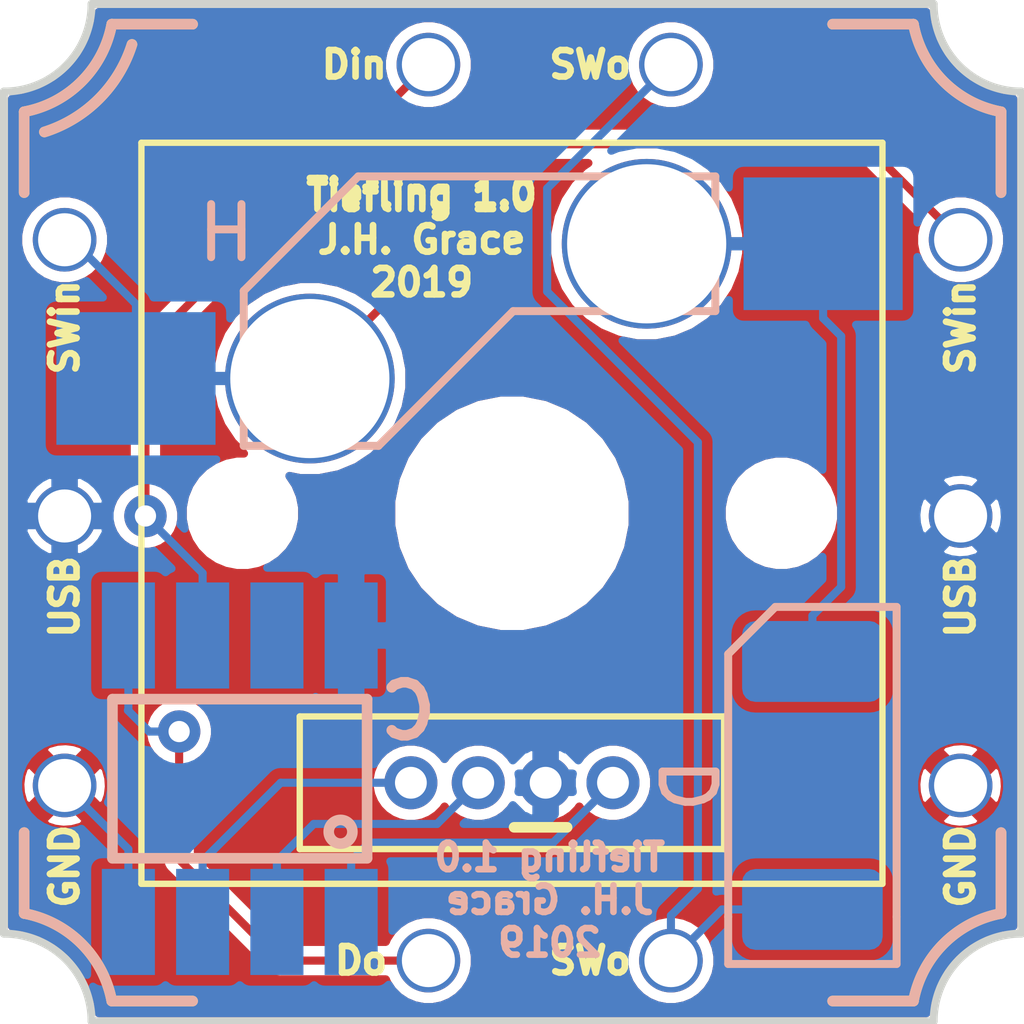
<source format=kicad_pcb>
(kicad_pcb (version 20171130) (host pcbnew "(5.0.1)-3")

  (general
    (thickness 1.6)
    (drawings 38)
    (tracks 54)
    (zones 0)
    (modules 14)
    (nets 12)
  )

  (page A4)
  (layers
    (0 F.Cu signal)
    (31 B.Cu signal)
    (32 B.Adhes user hide)
    (33 F.Adhes user hide)
    (34 B.Paste user hide)
    (35 F.Paste user hide)
    (36 B.SilkS user)
    (37 F.SilkS user)
    (38 B.Mask user)
    (39 F.Mask user)
    (40 Dwgs.User user hide)
    (41 Cmts.User user hide)
    (42 Eco1.User user hide)
    (43 Eco2.User user hide)
    (44 Edge.Cuts user)
    (45 Margin user hide)
    (46 B.CrtYd user)
    (47 F.CrtYd user)
    (48 B.Fab user hide)
    (49 F.Fab user hide)
  )

  (setup
    (last_trace_width 0.1524)
    (trace_clearance 0.2)
    (zone_clearance 0)
    (zone_45_only no)
    (trace_min 0.1524)
    (segment_width 0.2)
    (edge_width 0.15)
    (via_size 0.8)
    (via_drill 0.4)
    (via_min_size 0.4)
    (via_min_drill 0.3)
    (uvia_size 0.3)
    (uvia_drill 0.1)
    (uvias_allowed no)
    (uvia_min_size 0.2)
    (uvia_min_drill 0.1)
    (pcb_text_width 0.3)
    (pcb_text_size 1.5 1.5)
    (mod_edge_width 0.15)
    (mod_text_size 1 1)
    (mod_text_width 0.15)
    (pad_size 1 2)
    (pad_drill 0)
    (pad_to_mask_clearance 0.051)
    (solder_mask_min_width 0.25)
    (aux_axis_origin 0 0)
    (visible_elements 7FFDF7FF)
    (pcbplotparams
      (layerselection 0x010fc_ffffffff)
      (usegerberextensions false)
      (usegerberattributes false)
      (usegerberadvancedattributes false)
      (creategerberjobfile false)
      (excludeedgelayer true)
      (linewidth 0.100000)
      (plotframeref false)
      (viasonmask false)
      (mode 1)
      (useauxorigin false)
      (hpglpennumber 1)
      (hpglpenspeed 20)
      (hpglpendiameter 15.000000)
      (psnegative false)
      (psa4output false)
      (plotreference true)
      (plotvalue true)
      (plotinvisibletext false)
      (padsonsilk false)
      (subtractmaskfromsilk false)
      (outputformat 1)
      (mirror false)
      (drillshape 1)
      (scaleselection 1)
      (outputdirectory ""))
  )

  (net 0 "")
  (net 1 "Net-(C1-Pad2)")
  (net 2 "Net-(C1-Pad3)")
  (net 3 "Net-(C1-Pad1)")
  (net 4 "Net-(C1-Pad7)")
  (net 5 /USB)
  (net 6 "Net-(D1-Pad1)")
  (net 7 /GND)
  (net 8 /DIN)
  (net 9 /DO)
  (net 10 /SWO)
  (net 11 /SWIN)

  (net_class Default "This is the default net class."
    (clearance 0.2)
    (trace_width 0.1524)
    (via_dia 0.8)
    (via_drill 0.4)
    (uvia_dia 0.3)
    (uvia_drill 0.1)
    (diff_pair_gap 0.25)
    (diff_pair_width 0.1524)
    (add_net /DIN)
    (add_net /DO)
    (add_net /GND)
    (add_net /SWIN)
    (add_net /SWO)
    (add_net /USB)
    (add_net "Net-(C1-Pad1)")
    (add_net "Net-(C1-Pad2)")
    (add_net "Net-(C1-Pad3)")
    (add_net "Net-(C1-Pad7)")
    (add_net "Net-(D1-Pad1)")
  )

  (module WoodElfLib:SW_Cherry_MX1A_1.00u_PCB (layer F.Cu) (tedit 5C42839A) (tstamp 5C97B2F1)
    (at 143.1798 102.5652)
    (descr "Cherry MX keyswitch, MX1A, 1.00u, PCB mount, http://cherryamericas.com/wp-content/uploads/2014/12/mx_cat.pdf")
    (tags "cherry mx keyswitch MX1A 1.00u PCB")
    (path /5C418754)
    (fp_text reference "Tiefling 1.0" (at -4.2418 -0.9652) (layer F.SilkS)
      (effects (font (size 0.5 0.5) (thickness 0.125)))
    )
    (fp_text value Kailh_RGB_Switch (at -2.234001 15.545999) (layer F.Fab)
      (effects (font (size 1 1) (thickness 0.15)))
    )
    (fp_line (start -2.5 11) (end -1.5 11) (layer F.SilkS) (width 0.2))
    (fp_line (start -6.54 11.41) (end 1.46 11.41) (layer F.SilkS) (width 0.12))
    (fp_line (start 1.46 8.91) (end 1.46 11.41) (layer F.SilkS) (width 0.12))
    (fp_line (start -6.54 8.91) (end 1.46 8.91) (layer F.SilkS) (width 0.12))
    (fp_line (start -6.54 8.91) (end -6.54 11.41) (layer F.SilkS) (width 0.12))
    (fp_text user %R (at -2.54 0) (layer F.Fab)
      (effects (font (size 1 1) (thickness 0.15)))
    )
    (fp_line (start -9.14 11.68) (end -9.14 -1.52) (layer F.CrtYd) (width 0.05))
    (fp_line (start 4.06 11.68) (end -9.14 11.68) (layer F.CrtYd) (width 0.05))
    (fp_line (start 4.06 -1.52) (end 4.06 11.68) (layer F.CrtYd) (width 0.05))
    (fp_line (start -9.14 -1.52) (end 4.06 -1.52) (layer F.CrtYd) (width 0.05))
    (fp_line (start -12.065 -4.445) (end 6.985 -4.445) (layer Dwgs.User) (width 0.15))
    (fp_line (start 6.985 -4.445) (end 6.985 14.605) (layer Dwgs.User) (width 0.15))
    (fp_line (start 6.985 14.605) (end -12.065 14.605) (layer Dwgs.User) (width 0.15))
    (fp_line (start -12.065 14.605) (end -12.065 -4.445) (layer Dwgs.User) (width 0.15))
    (fp_line (start -9.525 -1.905) (end 4.445 -1.905) (layer F.SilkS) (width 0.12))
    (fp_line (start 4.445 -1.905) (end 4.445 12.065) (layer F.SilkS) (width 0.12))
    (fp_line (start 4.445 12.065) (end -9.525 12.065) (layer F.SilkS) (width 0.12))
    (fp_line (start -9.525 12.065) (end -9.525 -1.905) (layer F.SilkS) (width 0.12))
    (pad 3 thru_hole circle (at -0.635 10.16) (size 1 1) (drill 0.6) (layers *.Cu *.Mask)
      (net 3 "Net-(C1-Pad1)") (solder_mask_margin 0.1) (clearance 0.01))
    (pad 4 thru_hole circle (at -1.905 10.16 45) (size 1 1) (drill 0.6) (layers *.Cu *.Mask)
      (net 5 /USB) (solder_mask_margin 0.1) (clearance 0.01))
    (pad 6 thru_hole circle (at -4.445 10.16) (size 1 1) (drill 0.6) (layers *.Cu *.Mask)
      (net 2 "Net-(C1-Pad3)") (solder_mask_margin 0.1) (clearance 0.01))
    (pad 5 thru_hole circle (at -3.175 10.16) (size 1 1) (drill 0.6) (layers *.Cu *.Mask)
      (net 1 "Net-(C1-Pad2)") (solder_mask_margin 0.1) (clearance 0.01))
    (pad 1 thru_hole circle (at 0 0) (size 3.2 3.2) (drill 3) (layers *.Cu *.Mask)
      (net 6 "Net-(D1-Pad1)"))
    (pad 2 thru_hole circle (at -6.35 2.54) (size 3.2 3.2) (drill 3) (layers *.Cu *.Mask)
      (net 11 /SWIN))
    (pad "" np_thru_hole circle (at -2.54 5.08) (size 4 4) (drill 4) (layers *.Cu *.Mask))
    (pad "" np_thru_hole circle (at -7.62 5.08) (size 1.7 1.7) (drill 1.7) (layers *.Cu *.Mask))
    (pad "" np_thru_hole circle (at 2.54 5.08) (size 1.7 1.7) (drill 1.7) (layers *.Cu *.Mask))
    (model ${KISYS3DMOD}/Button_Switch_Keyboard.3dshapes/SW_Cherry_MX1A_1.00u_PCB.wrl
      (at (xyz 0 0 0))
      (scale (xyz 1 1 1))
      (rotate (xyz 0 0 0))
    )
  )

  (module WoodElfLib:D_2010_5025Metric_Pad1.52x2.65mm_HandSolder (layer B.Cu) (tedit 5C394B69) (tstamp 5CBC3AE2)
    (at 146.304 112.776 270)
    (descr "Diode SMD 2010 (5025 Metric), square (rectangular) end terminal, IPC_7351 nominal, (Body size source: http://www.tortai-tech.com/upload/download/2011102023233369053.pdf), generated with kicad-footprint-generator")
    (tags "diode handsolder")
    (path /5C498866)
    (attr smd)
    (fp_text reference D (at 0 2.28 270) (layer B.SilkS)
      (effects (font (size 1 1) (thickness 0.15)) (justify mirror))
    )
    (fp_text value DIODE (at 0 -2.28 270) (layer B.Fab)
      (effects (font (size 1 1) (thickness 0.15)) (justify mirror))
    )
    (fp_line (start -2.4765 1.5875) (end 2.4765 1.5875) (layer B.SilkS) (width 0.15))
    (fp_line (start -3.3655 0.6985) (end -2.4765 1.5875) (layer B.SilkS) (width 0.15))
    (fp_line (start -3.3655 -1.5875) (end -3.3655 0.6985) (layer B.SilkS) (width 0.15))
    (fp_line (start 2.4765 -1.5875) (end -3.3655 -1.5875) (layer B.SilkS) (width 0.15))
    (fp_line (start 3.3655 -1.5875) (end 2.4765 -1.5875) (layer B.SilkS) (width 0.15))
    (fp_line (start 3.3655 1.5875) (end 3.3655 -1.5875) (layer B.SilkS) (width 0.15))
    (fp_line (start 2.4765 1.5875) (end 3.3655 1.5875) (layer B.SilkS) (width 0.15))
    (fp_text user %R (at 0 0 270) (layer B.Fab)
      (effects (font (size 1 1) (thickness 0.15)) (justify mirror))
    )
    (fp_line (start 3.35 -1.58) (end -3.35 -1.58) (layer B.CrtYd) (width 0.05))
    (fp_line (start 3.35 1.58) (end 3.35 -1.58) (layer B.CrtYd) (width 0.05))
    (fp_line (start -3.35 1.58) (end 3.35 1.58) (layer B.CrtYd) (width 0.05))
    (fp_line (start -3.35 -1.58) (end -3.35 1.58) (layer B.CrtYd) (width 0.05))
    (fp_line (start 2.5 -1.25) (end 2.5 1.25) (layer B.Fab) (width 0.1))
    (fp_line (start -2.5 -1.25) (end 2.5 -1.25) (layer B.Fab) (width 0.1))
    (fp_line (start -2.5 0.625) (end -2.5 -1.25) (layer B.Fab) (width 0.1))
    (fp_line (start -1.875 1.25) (end -2.5 0.625) (layer B.Fab) (width 0.1))
    (fp_line (start 2.5 1.25) (end -1.875 1.25) (layer B.Fab) (width 0.1))
    (pad 2 smd roundrect (at 2.3375 0 270) (size 1.525 2.65) (layers B.Cu B.Paste B.Mask) (roundrect_rratio 0.163934)
      (net 10 /SWO))
    (pad 1 smd roundrect (at -2.3375 0 270) (size 1.525 2.65) (layers B.Cu B.Paste B.Mask) (roundrect_rratio 0.163934)
      (net 6 "Net-(D1-Pad1)"))
    (model ${KISYS3DMOD}/Diode_SMD.3dshapes/D_2010_5025Metric.wrl
      (at (xyz 0 0 0))
      (scale (xyz 1 1 1))
      (rotate (xyz 0 0 0))
    )
  )

  (module WoodElfLib:BlankThrough-Hole (layer F.Cu) (tedit 5C42802D) (tstamp 5CBC49AB)
    (at 143.637 116.078)
    (path /5C69A5F3)
    (fp_text reference SWo (at -1.524 0 180) (layer F.SilkS)
      (effects (font (size 0.5 0.5) (thickness 0.125)))
    )
    (fp_text value BTH (at 0 -1.524) (layer F.Fab)
      (effects (font (size 1 1) (thickness 0.15)))
    )
    (pad 1 thru_hole circle (at 0 0) (size 1.2 1.2) (drill 1) (layers *.Cu *.Mask)
      (net 10 /SWO) (solder_mask_margin 0.1) (clearance 0.1))
  )

  (module WoodElfLib:BlankThrough-Hole (layer F.Cu) (tedit 5C428048) (tstamp 5CBC495C)
    (at 149.098 112.776)
    (path /5C69B783)
    (fp_text reference GND (at 0 1.524 90 unlocked) (layer F.SilkS)
      (effects (font (size 0.5 0.5) (thickness 0.125)))
    )
    (fp_text value BTH (at 0 -1.524) (layer F.Fab)
      (effects (font (size 1 1) (thickness 0.15)))
    )
    (pad 1 thru_hole circle (at 0 0) (size 1.2 1.2) (drill 1) (layers *.Cu *.Mask)
      (net 7 /GND) (solder_mask_margin 0.1) (clearance 0.1))
  )

  (module WoodElfLib:BlankThrough-Hole (layer F.Cu) (tedit 5C4273F3) (tstamp 5CBC4AF6)
    (at 132.207 107.696)
    (path /5C699DC5)
    (fp_text reference USB (at 0 1.524 90) (layer F.SilkS)
      (effects (font (size 0.5 0.5) (thickness 0.125)))
    )
    (fp_text value BTH (at 0 -1.524) (layer F.Fab)
      (effects (font (size 1 1) (thickness 0.15)))
    )
    (pad 1 thru_hole circle (at 0 0 45) (size 1.2 1.2) (drill 1) (layers *.Cu *.Mask)
      (net 5 /USB) (solder_mask_margin 0.1) (clearance 0.1))
  )

  (module WoodElfLib:BlankThrough-Hole (layer F.Cu) (tedit 5C428050) (tstamp 5CBC43D9)
    (at 149.098 102.489)
    (path /5C699EEB)
    (fp_text reference SWin (at 0 1.651 90) (layer F.SilkS)
      (effects (font (size 0.5 0.5) (thickness 0.125)))
    )
    (fp_text value BTH (at 0 -1.524) (layer F.Fab)
      (effects (font (size 1 1) (thickness 0.15)))
    )
    (pad 1 thru_hole circle (at 0 0) (size 1.2 1.2) (drill 1) (layers *.Cu *.Mask)
      (net 11 /SWIN) (solder_mask_margin 0.1) (clearance 0.1))
  )

  (module WoodElfLib:WS2811 (layer B.Cu) (tedit 5C4284FE) (tstamp 5C97B2A8)
    (at 135.509 112.649 180)
    (path /5C4187B9)
    (fp_text reference C (at -3.175 1.27 180) (layer B.SilkS)
      (effects (font (size 1 1) (thickness 0.2)) (justify mirror))
    )
    (fp_text value WS2811 (at 0 4.4 180) (layer B.Fab)
      (effects (font (size 1 1) (thickness 0.2)) (justify mirror))
    )
    (fp_circle (center -1.9 -1) (end -1.8 -1.2) (layer B.SilkS) (width 0.2))
    (fp_line (start 2.4 1.5) (end 2.4 -1.5) (layer B.SilkS) (width 0.2))
    (fp_line (start -2.4 -1.5) (end 2.4 -1.5) (layer B.SilkS) (width 0.2))
    (fp_line (start -2.4 1.5) (end -2.4 -1.5) (layer B.SilkS) (width 0.2))
    (fp_line (start -2.4 1.5) (end 2.4 1.5) (layer B.SilkS) (width 0.2))
    (pad 2 smd rect (at -0.7 -2.7 180) (size 1 2) (layers B.Cu B.Paste B.Mask)
      (net 1 "Net-(C1-Pad2)") (solder_mask_margin 0.025) (clearance 0.025))
    (pad 3 smd rect (at 0.7 -2.7 180) (size 1 2) (layers B.Cu B.Paste B.Mask)
      (net 2 "Net-(C1-Pad3)") (solder_mask_margin 0.025) (clearance 0.025))
    (pad 4 smd rect (at 2.1 -2.7 180) (size 1 2) (layers B.Cu B.Paste B.Mask)
      (net 7 /GND) (solder_mask_margin 0.025) (clearance 0.025))
    (pad 1 smd rect (at -2.1 -2.7 180) (size 1 2) (layers B.Cu B.Paste B.Mask)
      (net 3 "Net-(C1-Pad1)") (solder_mask_margin 0.025) (clearance 0.025))
    (pad 7 smd rect (at -0.7 2.7 180) (size 1 2) (layers B.Cu B.Paste B.Mask)
      (net 4 "Net-(C1-Pad7)") (solder_mask_margin 0.025) (clearance 0.025))
    (pad 6 smd rect (at 0.7 2.7 180) (size 1 2) (layers B.Cu B.Paste B.Mask)
      (net 8 /DIN) (solder_mask_margin 0.025) (clearance 0.025))
    (pad 5 smd rect (at 2.1 2.7 180) (size 1 2) (layers B.Cu B.Paste B.Mask)
      (net 9 /DO) (solder_mask_margin 0.025) (clearance 0.025))
    (pad 8 smd rect (at -2.1 2.7 180) (size 1 2) (layers B.Cu B.Paste B.Mask)
      (net 5 /USB) (solder_mask_margin 0.025) (clearance 0.025))
  )

  (module WoodElfLib:Kailh_HotSwap_Socket (layer F.Cu) (tedit 5C41D0BF) (tstamp 5C97B2D2)
    (at 143.204001 102.564001)
    (path /5C418846)
    (fp_text reference H (at -7.949001 -0.202001) (layer B.SilkS)
      (effects (font (size 1 1) (thickness 0.15)) (justify mirror))
    )
    (fp_text value Kailh_HotSwap_SwitchMount (at -3.048 -3.175) (layer B.Fab)
      (effects (font (size 1 1) (thickness 0.15)) (justify mirror))
    )
    (fp_circle (center -6.337235 2.54) (end -5.448235 3.429) (layer B.Fab) (width 0.15))
    (fp_circle (center 0 0) (end 0.762 0.762) (layer B.Fab) (width 0.15))
    (fp_line (start -2.413 1.397) (end 4.953 1.397) (layer B.CrtYd) (width 0.15))
    (fp_line (start -4.953 3.937) (end -2.413 1.397) (layer B.CrtYd) (width 0.15))
    (fp_line (start -11.303 3.937) (end -4.953 3.937) (layer B.CrtYd) (width 0.15))
    (fp_line (start -11.303 1.143) (end -11.303 3.937) (layer B.CrtYd) (width 0.15))
    (fp_line (start -8.001 1.143) (end -11.303 1.143) (layer B.CrtYd) (width 0.15))
    (fp_line (start -5.461 -1.397) (end -8.001 1.143) (layer B.CrtYd) (width 0.15))
    (fp_line (start 4.953 -1.397) (end -5.461 -1.397) (layer B.CrtYd) (width 0.15))
    (fp_line (start 4.953 1.397) (end 4.953 -1.397) (layer B.CrtYd) (width 0.15))
    (fp_line (start -2.54 1.27) (end 1.27 1.27) (layer B.SilkS) (width 0.15))
    (fp_line (start -5.08 3.81) (end -2.54 1.27) (layer B.SilkS) (width 0.15))
    (fp_line (start -7.62 3.81) (end -5.08 3.81) (layer B.SilkS) (width 0.15))
    (fp_line (start -7.62 0.889) (end -7.62 3.81) (layer B.SilkS) (width 0.15))
    (fp_line (start -5.461 -1.27) (end -7.62 0.889) (layer B.SilkS) (width 0.15))
    (fp_line (start 1.27 -1.27) (end -5.461 -1.27) (layer B.SilkS) (width 0.15))
    (fp_line (start 1.27 1.27) (end 1.27 -1.27) (layer B.SilkS) (width 0.15))
    (pad 1 smd rect (at 3.302 0) (size 3 2.5) (layers B.Cu B.Paste B.Mask)
      (net 6 "Net-(D1-Pad1)") (solder_mask_margin 0.1524) (clearance 0.1524))
    (pad 2 smd rect (at -9.652 2.54) (size 3 2.5) (layers B.Cu B.Paste B.Mask)
      (net 11 /SWIN) (solder_mask_margin 0.1524) (clearance 0.1524))
  )

  (module WoodElfLib:BlankThrough-Hole (layer F.Cu) (tedit 5C42743C) (tstamp 5CBC4CC3)
    (at 139.065 99.187)
    (path /5C69A757)
    (fp_text reference Din (at -1.397 0) (layer F.SilkS)
      (effects (font (size 0.5 0.5) (thickness 0.125)))
    )
    (fp_text value BTH (at 0 -1.524) (layer F.Fab)
      (effects (font (size 1 1) (thickness 0.15)))
    )
    (pad 1 thru_hole circle (at 0 0) (size 1.2 1.2) (drill 1) (layers *.Cu *.Mask)
      (net 8 /DIN) (solder_mask_margin 0.1) (clearance 0.1))
  )

  (module WoodElfLib:BlankThrough-Hole (layer F.Cu) (tedit 5C428035) (tstamp 5CBC4456)
    (at 139.065 116.078)
    (path /5C69A78B)
    (fp_text reference Do (at -1.27 0 180) (layer F.SilkS)
      (effects (font (size 0.5 0.5) (thickness 0.125)))
    )
    (fp_text value BTH (at 0 -1.524) (layer F.Fab)
      (effects (font (size 1 1) (thickness 0.15)))
    )
    (pad 1 thru_hole circle (at 0 0) (size 1.2 1.2) (drill 1) (layers *.Cu *.Mask)
      (net 9 /DO) (solder_mask_margin 0.1) (clearance 0.1))
  )

  (module WoodElfLib:BlankThrough-Hole (layer F.Cu) (tedit 5C428039) (tstamp 5CBC445B)
    (at 132.207 112.776)
    (path /5C69B783)
    (fp_text reference GND (at 0 1.524 90) (layer F.SilkS)
      (effects (font (size 0.5 0.5) (thickness 0.125)))
    )
    (fp_text value BTH (at 0 -1.524) (layer F.Fab)
      (effects (font (size 1 1) (thickness 0.15)))
    )
    (pad 1 thru_hole circle (at 0 0) (size 1.2 1.2) (drill 1) (layers *.Cu *.Mask)
      (net 7 /GND) (solder_mask_margin 0.1) (clearance 0.1))
  )

  (module WoodElfLib:BlankThrough-Hole (layer F.Cu) (tedit 5C427443) (tstamp 5CBC4460)
    (at 132.207 102.489)
    (path /5C699EEB)
    (fp_text reference SWin (at 0 1.651 90) (layer F.SilkS)
      (effects (font (size 0.5 0.5) (thickness 0.125)))
    )
    (fp_text value BTH (at 0 -1.524) (layer F.Fab)
      (effects (font (size 1 1) (thickness 0.15)))
    )
    (pad 1 thru_hole circle (at 0 0) (size 1.2 1.2) (drill 1) (layers *.Cu *.Mask)
      (net 11 /SWIN) (solder_mask_margin 0.1) (clearance 0.1))
  )

  (module WoodElfLib:BlankThrough-Hole (layer F.Cu) (tedit 5C427432) (tstamp 5CBC4465)
    (at 143.637 99.187)
    (path /5C69A5F3)
    (fp_text reference SWo (at -1.524 0) (layer F.SilkS)
      (effects (font (size 0.5 0.5) (thickness 0.125)))
    )
    (fp_text value BTH (at 0 -1.524) (layer F.Fab)
      (effects (font (size 1 1) (thickness 0.15)))
    )
    (pad 1 thru_hole circle (at 0 0) (size 1.2 1.2) (drill 1) (layers *.Cu *.Mask)
      (net 10 /SWO) (solder_mask_margin 0.1) (clearance 0.1))
  )

  (module WoodElfLib:BlankThrough-Hole (layer F.Cu) (tedit 5C42804C) (tstamp 5CBC4B2D)
    (at 149.098 107.696)
    (path /5C699DC5)
    (fp_text reference USB (at 0 1.524 90) (layer F.SilkS)
      (effects (font (size 0.5 0.5) (thickness 0.125)))
    )
    (fp_text value BTH (at 0 -1.524) (layer F.Fab)
      (effects (font (size 1 1) (thickness 0.15)))
    )
    (pad 1 thru_hole circle (at 0 0) (size 1.2 1.2) (drill 1) (layers *.Cu *.Mask)
      (net 5 /USB) (solder_mask_margin 0.1) (clearance 0.1))
  )

  (gr_line (start 148.209 98.425) (end 146.685 98.425) (layer B.SilkS) (width 0.2) (tstamp 5C428E82))
  (gr_arc (start 150.241 98.044) (end 148.209 98.425) (angle -68.8) (layer B.SilkS) (width 0.2) (tstamp 5C428E5E))
  (gr_line (start 149.86 100.076) (end 149.86 101.6) (layer B.SilkS) (width 0.2) (tstamp 5C428E3A))
  (gr_line (start 149.86 115.189) (end 149.86 113.665) (layer B.SilkS) (width 0.2) (tstamp 5C428E19))
  (gr_arc (start 150.241 117.221) (end 149.86 115.189) (angle -68.8) (layer B.SilkS) (width 0.2) (tstamp 5C428DEE))
  (gr_line (start 148.209 116.839999) (end 146.685 116.839999) (layer B.SilkS) (width 0.2) (tstamp 5C428DCA))
  (gr_line (start 133.096 116.84) (end 134.62 116.84) (layer B.SilkS) (width 0.2) (tstamp 5C428D87))
  (gr_arc (start 131.064 117.221) (end 133.096 116.84) (angle -68.8) (layer B.SilkS) (width 0.2) (tstamp 5C428D63))
  (gr_line (start 131.445 115.189) (end 131.445 113.665) (layer B.SilkS) (width 0.2) (tstamp 5C428D3F))
  (gr_line (start 133.096 98.425) (end 134.62 98.425) (layer B.SilkS) (width 0.2) (tstamp 5C428D1B))
  (gr_arc (start 131.064 98.044) (end 131.445 100.076) (angle -68.8) (layer B.SilkS) (width 0.2) (tstamp 5C428CF7))
  (gr_arc (start 131.064 98.044) (end 131.825999 100.456999) (angle -54.9) (layer B.SilkS) (width 0.2) (tstamp 5C428CD3))
  (gr_line (start 131.445 100.076) (end 131.445 101.6) (layer B.SilkS) (width 0.2) (tstamp 5C428C90))
  (gr_arc (start 131.064 98.044) (end 131.825999 100.456999) (angle -54.94886325) (layer F.SilkS) (width 0.2))
  (gr_line (start 149.86 100.076) (end 149.86 101.6) (layer F.SilkS) (width 0.2) (tstamp 5C42898F))
  (gr_line (start 148.209 98.425) (end 146.685 98.425) (layer F.SilkS) (width 0.2) (tstamp 5C42898E))
  (gr_arc (start 150.241 98.044) (end 148.209 98.425) (angle -68.76066221) (layer F.SilkS) (width 0.2) (tstamp 5C42898D))
  (gr_arc (start 150.241 117.221) (end 149.86 115.189) (angle -68.76066221) (layer F.SilkS) (width 0.2) (tstamp 5C428986))
  (gr_line (start 149.86 115.189) (end 149.86 113.665) (layer F.SilkS) (width 0.2) (tstamp 5C428985))
  (gr_line (start 148.209 116.84) (end 146.685 116.84) (layer F.SilkS) (width 0.2) (tstamp 5C428984))
  (gr_arc (start 131.064 117.221) (end 133.096 116.84) (angle -68.76066221) (layer F.SilkS) (width 0.2) (tstamp 5C42897D))
  (gr_line (start 131.445 115.189) (end 131.445 113.665) (layer F.SilkS) (width 0.2) (tstamp 5C42897C))
  (gr_line (start 133.096 116.84) (end 134.62 116.84) (layer F.SilkS) (width 0.2) (tstamp 5C42897B))
  (gr_line (start 133.096 98.425) (end 134.62 98.425) (layer F.SilkS) (width 0.2))
  (gr_line (start 131.445 100.076) (end 131.445 101.6) (layer F.SilkS) (width 0.2))
  (gr_arc (start 131.064 98.044) (end 131.445 100.076) (angle -68.76066221) (layer F.SilkS) (width 0.2))
  (dimension 19.177 (width 0.3) (layer Dwgs.User)
    (gr_text "19.177 mm" (at 125.916 107.6325 270) (layer Dwgs.User)
      (effects (font (size 1.5 1.5) (thickness 0.3)))
    )
    (feature1 (pts (xy 130.048 117.221) (xy 127.429579 117.221)))
    (feature2 (pts (xy 130.048 98.044) (xy 127.429579 98.044)))
    (crossbar (pts (xy 128.016 98.044) (xy 128.016 117.221)))
    (arrow1a (pts (xy 128.016 117.221) (xy 127.429579 116.094496)))
    (arrow1b (pts (xy 128.016 117.221) (xy 128.602421 116.094496)))
    (arrow2a (pts (xy 128.016 98.044) (xy 127.429579 99.170504)))
    (arrow2b (pts (xy 128.016 98.044) (xy 128.602421 99.170504)))
  )
  (dimension 19.177 (width 0.3) (layer Dwgs.User)
    (gr_text "19.177 mm" (at 140.6525 122.496) (layer Dwgs.User)
      (effects (font (size 1.5 1.5) (thickness 0.3)))
    )
    (feature1 (pts (xy 150.241 118.11) (xy 150.241 120.982421)))
    (feature2 (pts (xy 131.064 118.11) (xy 131.064 120.982421)))
    (crossbar (pts (xy 131.064 120.396) (xy 150.241 120.396)))
    (arrow1a (pts (xy 150.241 120.396) (xy 149.114496 120.982421)))
    (arrow1b (pts (xy 150.241 120.396) (xy 149.114496 119.809579)))
    (arrow2a (pts (xy 131.064 120.396) (xy 132.190504 120.982421)))
    (arrow2b (pts (xy 131.064 120.396) (xy 132.190504 119.809579)))
  )
  (gr_text "Tiefling 1.0\nJ.H. Grace\n2019" (at 141.351 114.935) (layer B.SilkS) (tstamp 5C427DA4)
    (effects (font (size 0.5 0.5) (thickness 0.125)) (justify mirror))
  )
  (gr_text "Tiefling 1.0\nJ.H. Grace\n2019" (at 138.938 102.489) (layer F.SilkS)
    (effects (font (size 0.5 0.5) (thickness 0.125)))
  )
  (gr_line (start 132.715 98.044) (end 148.59 98.044) (layer Edge.Cuts) (width 0.15))
  (gr_line (start 131.064 115.57) (end 131.064 99.695) (layer Edge.Cuts) (width 0.15))
  (gr_line (start 148.59 117.221) (end 132.715 117.221) (layer Edge.Cuts) (width 0.15))
  (gr_line (start 150.241 99.695) (end 150.241 115.57) (layer Edge.Cuts) (width 0.15))
  (gr_arc (start 150.241 98.044) (end 148.59 98.044) (angle -90) (layer Edge.Cuts) (width 0.15))
  (gr_arc (start 150.241 117.221) (end 150.241 115.57) (angle -90) (layer Edge.Cuts) (width 0.15))
  (gr_arc (start 131.064 117.221) (end 132.715 117.221) (angle -90) (layer Edge.Cuts) (width 0.15))
  (gr_arc (start 131.064 98.044) (end 131.064 99.695) (angle -90) (layer Edge.Cuts) (width 0.15))

  (segment (start 139.504801 113.225199) (end 140.0048 112.7252) (width 0.1524) (layer B.Cu) (net 1))
  (segment (start 139.228599 113.501401) (end 139.504801 113.225199) (width 0.1524) (layer B.Cu) (net 1))
  (segment (start 136.904199 113.501401) (end 139.228599 113.501401) (width 0.1524) (layer B.Cu) (net 1))
  (segment (start 136.209 114.1966) (end 136.904199 113.501401) (width 0.1524) (layer B.Cu) (net 1))
  (segment (start 136.209 115.349) (end 136.209 114.1966) (width 0.1524) (layer B.Cu) (net 1))
  (segment (start 134.809 114.1966) (end 134.809 115.349) (width 0.1524) (layer B.Cu) (net 2))
  (segment (start 136.2804 112.7252) (end 134.809 114.1966) (width 0.1524) (layer B.Cu) (net 2))
  (segment (start 138.7348 112.7252) (end 136.2804 112.7252) (width 0.1524) (layer B.Cu) (net 2))
  (segment (start 137.609 114.1966) (end 137.951789 113.853811) (width 0.1524) (layer B.Cu) (net 3))
  (segment (start 137.609 115.349) (end 137.609 114.1966) (width 0.1524) (layer B.Cu) (net 3))
  (segment (start 141.416189 113.853811) (end 142.5448 112.7252) (width 0.1524) (layer B.Cu) (net 3))
  (segment (start 137.951789 113.853811) (end 141.416189 113.853811) (width 0.1524) (layer B.Cu) (net 3))
  (segment (start 144.756001 102.564001) (end 143.204001 102.564001) (width 0.25) (layer B.Cu) (net 6))
  (segment (start 146.506001 102.564001) (end 144.756001 102.564001) (width 0.25) (layer B.Cu) (net 6))
  (segment (start 146.506001 103.966401) (end 146.506001 102.564001) (width 0.1524) (layer B.Cu) (net 6))
  (segment (start 146.846001 104.306401) (end 146.506001 103.966401) (width 0.1524) (layer B.Cu) (net 6))
  (segment (start 146.846001 109.033999) (end 146.846001 104.306401) (width 0.1524) (layer B.Cu) (net 6))
  (segment (start 146.304 109.576) (end 146.846001 109.033999) (width 0.1524) (layer B.Cu) (net 6))
  (segment (start 146.304 110.4385) (end 146.304 109.576) (width 0.1524) (layer B.Cu) (net 6))
  (segment (start 133.409 113.978) (end 132.207 112.776) (width 0.1524) (layer B.Cu) (net 7))
  (segment (start 133.409 115.349) (end 133.409 113.978) (width 0.1524) (layer B.Cu) (net 7))
  (segment (start 134.809 109.949) (end 134.809 110.679) (width 0.25) (layer B.Cu) (net 8))
  (segment (start 133.806 107.696) (end 133.731 107.696) (width 0.25) (layer B.Cu) (net 8))
  (via (at 133.731 107.696) (size 0.8) (drill 0.4) (layers F.Cu B.Cu) (net 8))
  (segment (start 134.809 108.774) (end 133.731 107.696) (width 0.1524) (layer B.Cu) (net 8))
  (segment (start 134.809 109.949) (end 134.809 108.774) (width 0.1524) (layer B.Cu) (net 8))
  (segment (start 133.731 104.521) (end 139.065 99.187) (width 0.1524) (layer F.Cu) (net 8))
  (segment (start 133.731 107.696) (end 133.731 104.521) (width 0.1524) (layer F.Cu) (net 8))
  (via (at 134.366 111.76) (size 0.8) (drill 0.4) (layers F.Cu B.Cu) (net 9))
  (segment (start 133.800315 111.76) (end 133.4008 111.360485) (width 0.1524) (layer B.Cu) (net 9))
  (segment (start 134.366 111.76) (end 133.800315 111.76) (width 0.1524) (layer B.Cu) (net 9))
  (segment (start 133.409 111.352285) (end 133.409 109.949) (width 0.1524) (layer B.Cu) (net 9))
  (segment (start 133.4008 111.360485) (end 133.409 111.352285) (width 0.1524) (layer B.Cu) (net 9))
  (segment (start 134.366 111.76) (end 134.366 114.173) (width 0.1524) (layer F.Cu) (net 9))
  (segment (start 136.271 116.078) (end 139.065 116.078) (width 0.1524) (layer F.Cu) (net 9))
  (segment (start 134.366 114.173) (end 136.271 116.078) (width 0.1524) (layer F.Cu) (net 9))
  (segment (start 144.6015 115.1135) (end 146.304 115.1135) (width 0.1524) (layer B.Cu) (net 10))
  (segment (start 143.637 116.078) (end 144.6015 115.1135) (width 0.1524) (layer B.Cu) (net 10))
  (segment (start 143.637 115.229472) (end 144.145 114.721472) (width 0.1524) (layer B.Cu) (net 10))
  (segment (start 143.637 116.078) (end 143.637 115.229472) (width 0.1524) (layer B.Cu) (net 10))
  (segment (start 143.037001 99.786999) (end 143.637 99.187) (width 0.1524) (layer B.Cu) (net 10))
  (segment (start 141.303599 101.520401) (end 143.037001 99.786999) (width 0.1524) (layer B.Cu) (net 10))
  (segment (start 141.303599 103.465777) (end 141.303599 101.520401) (width 0.1524) (layer B.Cu) (net 10))
  (segment (start 144.145 106.307178) (end 141.303599 103.465777) (width 0.1524) (layer B.Cu) (net 10))
  (segment (start 144.145 114.721472) (end 144.145 106.307178) (width 0.1524) (layer B.Cu) (net 10))
  (segment (start 135.298367 105.104001) (end 133.552001 105.104001) (width 0.25) (layer B.Cu) (net 11))
  (segment (start 136.854001 105.104001) (end 135.298367 105.104001) (width 0.25) (layer B.Cu) (net 11))
  (segment (start 132.3394 102.489) (end 132.207 102.489) (width 0.1524) (layer B.Cu) (net 11))
  (segment (start 133.552001 103.701601) (end 132.3394 102.489) (width 0.1524) (layer B.Cu) (net 11))
  (segment (start 133.552001 105.104001) (end 133.552001 103.701601) (width 0.1524) (layer B.Cu) (net 11))
  (segment (start 148.498001 101.889001) (end 149.098 102.489) (width 0.1524) (layer F.Cu) (net 11))
  (segment (start 147.297999 100.688999) (end 148.498001 101.889001) (width 0.1524) (layer F.Cu) (net 11))
  (segment (start 141.246001 100.688999) (end 147.297999 100.688999) (width 0.1524) (layer F.Cu) (net 11))
  (segment (start 136.8298 105.1052) (end 141.246001 100.688999) (width 0.1524) (layer F.Cu) (net 11))

  (zone (net 7) (net_name /GND) (layer F.Cu) (tstamp 0) (hatch edge 0.508)
    (connect_pads (clearance 0))
    (min_thickness 0.1524)
    (fill yes (arc_segments 32) (thermal_gap 0.155) (thermal_bridge_width 0.5))
    (polygon
      (pts
        (xy 131.064 98.044) (xy 150.241 98.044) (xy 150.241 117.221) (xy 131.064 117.221)
      )
    )
    (filled_polygon
      (pts
        (xy 148.473349 98.391785) (xy 148.476107 98.405218) (xy 148.478673 98.41867) (xy 148.479283 98.420691) (xy 148.574566 98.728499)
        (xy 148.57988 98.74114) (xy 148.58501 98.753838) (xy 148.586001 98.755702) (xy 148.739256 99.039142) (xy 148.746922 99.050507)
        (xy 148.754423 99.061969) (xy 148.755757 99.063605) (xy 148.961147 99.31188) (xy 148.970879 99.321544) (xy 148.98046 99.331327)
        (xy 148.982086 99.332673) (xy 149.231788 99.536324) (xy 149.243196 99.543903) (xy 149.25451 99.55165) (xy 149.256367 99.552655)
        (xy 149.540869 99.703928) (xy 149.553541 99.709151) (xy 149.566135 99.714548) (xy 149.568152 99.715173) (xy 149.876617 99.808304)
        (xy 149.890076 99.810969) (xy 149.903465 99.813814) (xy 149.905564 99.814035) (xy 150.0898 99.832099) (xy 150.089801 115.432687)
        (xy 149.893215 115.453349) (xy 149.879789 115.456105) (xy 149.866329 115.458673) (xy 149.864308 115.459283) (xy 149.556501 115.554566)
        (xy 149.543888 115.559868) (xy 149.531162 115.56501) (xy 149.529298 115.566001) (xy 149.245859 115.719256) (xy 149.234527 115.7269)
        (xy 149.223031 115.734423) (xy 149.221395 115.735757) (xy 148.973121 115.941147) (xy 148.963476 115.95086) (xy 148.953673 115.96046)
        (xy 148.952327 115.962086) (xy 148.748675 116.211788) (xy 148.741089 116.223207) (xy 148.73335 116.23451) (xy 148.732346 116.236366)
        (xy 148.581072 116.520869) (xy 148.575844 116.533553) (xy 148.570452 116.546135) (xy 148.569827 116.548152) (xy 148.476696 116.856618)
        (xy 148.474034 116.870062) (xy 148.471186 116.883465) (xy 148.470965 116.885564) (xy 148.452901 117.0698) (xy 132.852313 117.0698)
        (xy 132.831651 116.873215) (xy 132.828895 116.859789) (xy 132.826327 116.846329) (xy 132.825717 116.844308) (xy 132.730434 116.536501)
        (xy 132.725132 116.523888) (xy 132.71999 116.511162) (xy 132.718999 116.509298) (xy 132.565744 116.225859) (xy 132.5581 116.214527)
        (xy 132.550577 116.203031) (xy 132.549243 116.201395) (xy 132.343853 115.953121) (xy 132.33414 115.943476) (xy 132.32454 115.933673)
        (xy 132.322914 115.932327) (xy 132.073212 115.728675) (xy 132.061793 115.721089) (xy 132.05049 115.71335) (xy 132.048634 115.712346)
        (xy 131.764131 115.561072) (xy 131.751447 115.555844) (xy 131.738865 115.550452) (xy 131.736848 115.549827) (xy 131.428382 115.456696)
        (xy 131.414938 115.454034) (xy 131.401535 115.451186) (xy 131.399436 115.450965) (xy 131.2152 115.432901) (xy 131.2152 113.434702)
        (xy 131.794088 113.434702) (xy 131.867423 113.539075) (xy 132.022816 113.590661) (xy 132.185288 113.61094) (xy 132.348594 113.599133)
        (xy 132.506459 113.555693) (xy 132.546577 113.539075) (xy 132.619912 113.434702) (xy 132.207 113.02179) (xy 131.794088 113.434702)
        (xy 131.2152 113.434702) (xy 131.2152 112.754288) (xy 131.37206 112.754288) (xy 131.383867 112.917594) (xy 131.427307 113.075459)
        (xy 131.443925 113.115577) (xy 131.548298 113.188912) (xy 131.96121 112.776) (xy 132.45279 112.776) (xy 132.865702 113.188912)
        (xy 132.970075 113.115577) (xy 133.021661 112.960184) (xy 133.04194 112.797712) (xy 133.030133 112.634406) (xy 132.986693 112.476541)
        (xy 132.970075 112.436423) (xy 132.865702 112.363088) (xy 132.45279 112.776) (xy 131.96121 112.776) (xy 131.548298 112.363088)
        (xy 131.443925 112.436423) (xy 131.392339 112.591816) (xy 131.37206 112.754288) (xy 131.2152 112.754288) (xy 131.2152 112.117298)
        (xy 131.794088 112.117298) (xy 132.207 112.53021) (xy 132.619912 112.117298) (xy 132.546577 112.012925) (xy 132.391184 111.961339)
        (xy 132.228712 111.94106) (xy 132.065406 111.952867) (xy 131.907541 111.996307) (xy 131.867423 112.012925) (xy 131.794088 112.117298)
        (xy 131.2152 112.117298) (xy 131.2152 111.6934) (xy 133.6898 111.6934) (xy 133.6898 111.8266) (xy 133.715786 111.95724)
        (xy 133.766759 112.080301) (xy 133.840761 112.191052) (xy 133.934948 112.285239) (xy 134.0136 112.337793) (xy 134.013601 114.155686)
        (xy 134.011896 114.173) (xy 134.018699 114.242082) (xy 134.03885 114.308509) (xy 134.038851 114.30851) (xy 134.071573 114.36973)
        (xy 134.115611 114.42339) (xy 134.129057 114.434425) (xy 136.009575 116.314944) (xy 136.02061 116.32839) (xy 136.07427 116.372428)
        (xy 136.114914 116.394152) (xy 136.13549 116.40515) (xy 136.201917 116.425301) (xy 136.271 116.432105) (xy 136.288311 116.4304)
        (xy 138.262576 116.4304) (xy 138.288521 116.493037) (xy 138.384411 116.636545) (xy 138.506455 116.758589) (xy 138.649963 116.854479)
        (xy 138.809422 116.920529) (xy 138.978702 116.9542) (xy 139.151298 116.9542) (xy 139.320578 116.920529) (xy 139.480037 116.854479)
        (xy 139.623545 116.758589) (xy 139.745589 116.636545) (xy 139.841479 116.493037) (xy 139.907529 116.333578) (xy 139.9412 116.164298)
        (xy 139.9412 115.991702) (xy 142.7608 115.991702) (xy 142.7608 116.164298) (xy 142.794471 116.333578) (xy 142.860521 116.493037)
        (xy 142.956411 116.636545) (xy 143.078455 116.758589) (xy 143.221963 116.854479) (xy 143.381422 116.920529) (xy 143.550702 116.9542)
        (xy 143.723298 116.9542) (xy 143.892578 116.920529) (xy 144.052037 116.854479) (xy 144.195545 116.758589) (xy 144.317589 116.636545)
        (xy 144.413479 116.493037) (xy 144.479529 116.333578) (xy 144.5132 116.164298) (xy 144.5132 115.991702) (xy 144.479529 115.822422)
        (xy 144.413479 115.662963) (xy 144.317589 115.519455) (xy 144.195545 115.397411) (xy 144.052037 115.301521) (xy 143.892578 115.235471)
        (xy 143.723298 115.2018) (xy 143.550702 115.2018) (xy 143.381422 115.235471) (xy 143.221963 115.301521) (xy 143.078455 115.397411)
        (xy 142.956411 115.519455) (xy 142.860521 115.662963) (xy 142.794471 115.822422) (xy 142.7608 115.991702) (xy 139.9412 115.991702)
        (xy 139.907529 115.822422) (xy 139.841479 115.662963) (xy 139.745589 115.519455) (xy 139.623545 115.397411) (xy 139.480037 115.301521)
        (xy 139.320578 115.235471) (xy 139.151298 115.2018) (xy 138.978702 115.2018) (xy 138.809422 115.235471) (xy 138.649963 115.301521)
        (xy 138.506455 115.397411) (xy 138.384411 115.519455) (xy 138.288521 115.662963) (xy 138.262576 115.7256) (xy 136.416969 115.7256)
        (xy 134.7184 114.027032) (xy 134.7184 112.648751) (xy 137.9586 112.648751) (xy 137.9586 112.801649) (xy 137.988429 112.951609)
        (xy 138.04694 113.092869) (xy 138.131886 113.219999) (xy 138.240001 113.328114) (xy 138.367131 113.41306) (xy 138.508391 113.471571)
        (xy 138.658351 113.5014) (xy 138.811249 113.5014) (xy 138.961209 113.471571) (xy 139.102469 113.41306) (xy 139.229599 113.328114)
        (xy 139.337714 113.219999) (xy 139.3698 113.171979) (xy 139.401886 113.219999) (xy 139.510001 113.328114) (xy 139.637131 113.41306)
        (xy 139.778391 113.471571) (xy 139.928351 113.5014) (xy 140.081249 113.5014) (xy 140.231209 113.471571) (xy 140.372469 113.41306)
        (xy 140.499599 113.328114) (xy 140.607714 113.219999) (xy 140.6398 113.171979) (xy 140.671886 113.219999) (xy 140.780001 113.328114)
        (xy 140.907131 113.41306) (xy 141.048391 113.471571) (xy 141.198351 113.5014) (xy 141.351249 113.5014) (xy 141.501209 113.471571)
        (xy 141.642469 113.41306) (xy 141.769599 113.328114) (xy 141.877714 113.219999) (xy 141.9098 113.171979) (xy 141.941886 113.219999)
        (xy 142.050001 113.328114) (xy 142.177131 113.41306) (xy 142.318391 113.471571) (xy 142.468351 113.5014) (xy 142.621249 113.5014)
        (xy 142.771209 113.471571) (xy 142.860219 113.434702) (xy 148.685088 113.434702) (xy 148.758423 113.539075) (xy 148.913816 113.590661)
        (xy 149.076288 113.61094) (xy 149.239594 113.599133) (xy 149.397459 113.555693) (xy 149.437577 113.539075) (xy 149.510912 113.434702)
        (xy 149.098 113.02179) (xy 148.685088 113.434702) (xy 142.860219 113.434702) (xy 142.912469 113.41306) (xy 143.039599 113.328114)
        (xy 143.147714 113.219999) (xy 143.23266 113.092869) (xy 143.291171 112.951609) (xy 143.321 112.801649) (xy 143.321 112.754288)
        (xy 148.26306 112.754288) (xy 148.274867 112.917594) (xy 148.318307 113.075459) (xy 148.334925 113.115577) (xy 148.439298 113.188912)
        (xy 148.85221 112.776) (xy 149.34379 112.776) (xy 149.756702 113.188912) (xy 149.861075 113.115577) (xy 149.912661 112.960184)
        (xy 149.93294 112.797712) (xy 149.921133 112.634406) (xy 149.877693 112.476541) (xy 149.861075 112.436423) (xy 149.756702 112.363088)
        (xy 149.34379 112.776) (xy 148.85221 112.776) (xy 148.439298 112.363088) (xy 148.334925 112.436423) (xy 148.283339 112.591816)
        (xy 148.26306 112.754288) (xy 143.321 112.754288) (xy 143.321 112.648751) (xy 143.291171 112.498791) (xy 143.23266 112.357531)
        (xy 143.147714 112.230401) (xy 143.039599 112.122286) (xy 143.032134 112.117298) (xy 148.685088 112.117298) (xy 149.098 112.53021)
        (xy 149.510912 112.117298) (xy 149.437577 112.012925) (xy 149.282184 111.961339) (xy 149.119712 111.94106) (xy 148.956406 111.952867)
        (xy 148.798541 111.996307) (xy 148.758423 112.012925) (xy 148.685088 112.117298) (xy 143.032134 112.117298) (xy 142.912469 112.03734)
        (xy 142.771209 111.978829) (xy 142.621249 111.949) (xy 142.468351 111.949) (xy 142.318391 111.978829) (xy 142.177131 112.03734)
        (xy 142.050001 112.122286) (xy 141.941886 112.230401) (xy 141.9098 112.278421) (xy 141.877714 112.230401) (xy 141.769599 112.122286)
        (xy 141.642469 112.03734) (xy 141.501209 111.978829) (xy 141.351249 111.949) (xy 141.198351 111.949) (xy 141.048391 111.978829)
        (xy 140.907131 112.03734) (xy 140.780001 112.122286) (xy 140.671886 112.230401) (xy 140.6398 112.278421) (xy 140.607714 112.230401)
        (xy 140.499599 112.122286) (xy 140.372469 112.03734) (xy 140.231209 111.978829) (xy 140.081249 111.949) (xy 139.928351 111.949)
        (xy 139.778391 111.978829) (xy 139.637131 112.03734) (xy 139.510001 112.122286) (xy 139.401886 112.230401) (xy 139.3698 112.278421)
        (xy 139.337714 112.230401) (xy 139.229599 112.122286) (xy 139.102469 112.03734) (xy 138.961209 111.978829) (xy 138.811249 111.949)
        (xy 138.658351 111.949) (xy 138.508391 111.978829) (xy 138.367131 112.03734) (xy 138.240001 112.122286) (xy 138.131886 112.230401)
        (xy 138.04694 112.357531) (xy 137.988429 112.498791) (xy 137.9586 112.648751) (xy 134.7184 112.648751) (xy 134.7184 112.337793)
        (xy 134.797052 112.285239) (xy 134.891239 112.191052) (xy 134.965241 112.080301) (xy 135.016214 111.95724) (xy 135.0422 111.8266)
        (xy 135.0422 111.6934) (xy 135.016214 111.56276) (xy 134.965241 111.439699) (xy 134.891239 111.328948) (xy 134.797052 111.234761)
        (xy 134.686301 111.160759) (xy 134.56324 111.109786) (xy 134.4326 111.0838) (xy 134.2994 111.0838) (xy 134.16876 111.109786)
        (xy 134.045699 111.160759) (xy 133.934948 111.234761) (xy 133.840761 111.328948) (xy 133.766759 111.439699) (xy 133.715786 111.56276)
        (xy 133.6898 111.6934) (xy 131.2152 111.6934) (xy 131.2152 107.609702) (xy 131.3308 107.609702) (xy 131.3308 107.782298)
        (xy 131.364471 107.951578) (xy 131.430521 108.111037) (xy 131.526411 108.254545) (xy 131.648455 108.376589) (xy 131.791963 108.472479)
        (xy 131.951422 108.538529) (xy 132.120702 108.5722) (xy 132.293298 108.5722) (xy 132.462578 108.538529) (xy 132.622037 108.472479)
        (xy 132.765545 108.376589) (xy 132.887589 108.254545) (xy 132.983479 108.111037) (xy 133.049529 107.951578) (xy 133.070959 107.843838)
        (xy 133.080786 107.89324) (xy 133.131759 108.016301) (xy 133.205761 108.127052) (xy 133.299948 108.221239) (xy 133.410699 108.295241)
        (xy 133.53376 108.346214) (xy 133.6644 108.3722) (xy 133.7976 108.3722) (xy 133.92824 108.346214) (xy 134.051301 108.295241)
        (xy 134.162052 108.221239) (xy 134.256239 108.127052) (xy 134.330241 108.016301) (xy 134.381214 107.89324) (xy 134.4072 107.7626)
        (xy 134.4072 107.6294) (xy 134.38828 107.534279) (xy 134.4336 107.534279) (xy 134.4336 107.756121) (xy 134.476879 107.9737)
        (xy 134.561775 108.178656) (xy 134.685023 108.363111) (xy 134.841889 108.519977) (xy 135.026344 108.643225) (xy 135.2313 108.728121)
        (xy 135.448879 108.7714) (xy 135.670721 108.7714) (xy 135.8883 108.728121) (xy 136.093256 108.643225) (xy 136.277711 108.519977)
        (xy 136.434577 108.363111) (xy 136.557825 108.178656) (xy 136.642721 107.9737) (xy 136.686 107.756121) (xy 136.686 107.534279)
        (xy 136.663471 107.421014) (xy 138.3636 107.421014) (xy 138.3636 107.869386) (xy 138.451073 108.309143) (xy 138.622657 108.723385)
        (xy 138.87176 109.096193) (xy 139.188807 109.41324) (xy 139.561615 109.662343) (xy 139.975857 109.833927) (xy 140.415614 109.9214)
        (xy 140.863986 109.9214) (xy 141.303743 109.833927) (xy 141.717985 109.662343) (xy 142.090793 109.41324) (xy 142.40784 109.096193)
        (xy 142.656943 108.723385) (xy 142.828527 108.309143) (xy 142.916 107.869386) (xy 142.916 107.534279) (xy 144.5936 107.534279)
        (xy 144.5936 107.756121) (xy 144.636879 107.9737) (xy 144.721775 108.178656) (xy 144.845023 108.363111) (xy 145.001889 108.519977)
        (xy 145.186344 108.643225) (xy 145.3913 108.728121) (xy 145.608879 108.7714) (xy 145.830721 108.7714) (xy 146.0483 108.728121)
        (xy 146.253256 108.643225) (xy 146.437711 108.519977) (xy 146.594577 108.363111) (xy 146.717825 108.178656) (xy 146.802721 107.9737)
        (xy 146.846 107.756121) (xy 146.846 107.609702) (xy 148.2218 107.609702) (xy 148.2218 107.782298) (xy 148.255471 107.951578)
        (xy 148.321521 108.111037) (xy 148.417411 108.254545) (xy 148.539455 108.376589) (xy 148.682963 108.472479) (xy 148.842422 108.538529)
        (xy 149.011702 108.5722) (xy 149.184298 108.5722) (xy 149.353578 108.538529) (xy 149.513037 108.472479) (xy 149.656545 108.376589)
        (xy 149.778589 108.254545) (xy 149.874479 108.111037) (xy 149.940529 107.951578) (xy 149.9742 107.782298) (xy 149.9742 107.609702)
        (xy 149.940529 107.440422) (xy 149.874479 107.280963) (xy 149.778589 107.137455) (xy 149.656545 107.015411) (xy 149.513037 106.919521)
        (xy 149.353578 106.853471) (xy 149.184298 106.8198) (xy 149.011702 106.8198) (xy 148.842422 106.853471) (xy 148.682963 106.919521)
        (xy 148.539455 107.015411) (xy 148.417411 107.137455) (xy 148.321521 107.280963) (xy 148.255471 107.440422) (xy 148.2218 107.609702)
        (xy 146.846 107.609702) (xy 146.846 107.534279) (xy 146.802721 107.3167) (xy 146.717825 107.111744) (xy 146.594577 106.927289)
        (xy 146.437711 106.770423) (xy 146.253256 106.647175) (xy 146.0483 106.562279) (xy 145.830721 106.519) (xy 145.608879 106.519)
        (xy 145.3913 106.562279) (xy 145.186344 106.647175) (xy 145.001889 106.770423) (xy 144.845023 106.927289) (xy 144.721775 107.111744)
        (xy 144.636879 107.3167) (xy 144.5936 107.534279) (xy 142.916 107.534279) (xy 142.916 107.421014) (xy 142.828527 106.981257)
        (xy 142.656943 106.567015) (xy 142.40784 106.194207) (xy 142.090793 105.87716) (xy 141.717985 105.628057) (xy 141.303743 105.456473)
        (xy 140.863986 105.369) (xy 140.415614 105.369) (xy 139.975857 105.456473) (xy 139.561615 105.628057) (xy 139.188807 105.87716)
        (xy 138.87176 106.194207) (xy 138.622657 106.567015) (xy 138.451073 106.981257) (xy 138.3636 107.421014) (xy 136.663471 107.421014)
        (xy 136.642721 107.3167) (xy 136.557825 107.111744) (xy 136.444019 106.941421) (xy 136.64501 106.9814) (xy 137.01459 106.9814)
        (xy 137.377067 106.909299) (xy 137.718514 106.767867) (xy 138.025808 106.56254) (xy 138.28714 106.301208) (xy 138.492467 105.993914)
        (xy 138.633899 105.652467) (xy 138.706 105.28999) (xy 138.706 104.92041) (xy 138.633899 104.557933) (xy 138.492467 104.216486)
        (xy 138.382083 104.051285) (xy 141.391969 101.041399) (xy 142.083258 101.041399) (xy 141.983792 101.10786) (xy 141.72246 101.369192)
        (xy 141.517133 101.676486) (xy 141.375701 102.017933) (xy 141.3036 102.38041) (xy 141.3036 102.74999) (xy 141.375701 103.112467)
        (xy 141.517133 103.453914) (xy 141.72246 103.761208) (xy 141.983792 104.02254) (xy 142.291086 104.227867) (xy 142.632533 104.369299)
        (xy 142.99501 104.4414) (xy 143.36459 104.4414) (xy 143.727067 104.369299) (xy 144.068514 104.227867) (xy 144.375808 104.02254)
        (xy 144.63714 103.761208) (xy 144.842467 103.453914) (xy 144.983899 103.112467) (xy 145.056 102.74999) (xy 145.056 102.38041)
        (xy 144.983899 102.017933) (xy 144.842467 101.676486) (xy 144.63714 101.369192) (xy 144.375808 101.10786) (xy 144.276342 101.041399)
        (xy 147.152031 101.041399) (xy 148.261057 102.150426) (xy 148.261062 102.15043) (xy 148.281416 102.170784) (xy 148.255471 102.233422)
        (xy 148.2218 102.402702) (xy 148.2218 102.575298) (xy 148.255471 102.744578) (xy 148.321521 102.904037) (xy 148.417411 103.047545)
        (xy 148.539455 103.169589) (xy 148.682963 103.265479) (xy 148.842422 103.331529) (xy 149.011702 103.3652) (xy 149.184298 103.3652)
        (xy 149.353578 103.331529) (xy 149.513037 103.265479) (xy 149.656545 103.169589) (xy 149.778589 103.047545) (xy 149.874479 102.904037)
        (xy 149.940529 102.744578) (xy 149.9742 102.575298) (xy 149.9742 102.402702) (xy 149.940529 102.233422) (xy 149.874479 102.073963)
        (xy 149.778589 101.930455) (xy 149.656545 101.808411) (xy 149.513037 101.712521) (xy 149.353578 101.646471) (xy 149.184298 101.6128)
        (xy 149.011702 101.6128) (xy 148.842422 101.646471) (xy 148.779784 101.672416) (xy 148.75943 101.652062) (xy 148.759426 101.652057)
        (xy 147.559428 100.45206) (xy 147.548389 100.438609) (xy 147.494729 100.394571) (xy 147.433509 100.361849) (xy 147.367081 100.341698)
        (xy 147.31531 100.336599) (xy 147.315303 100.336599) (xy 147.297999 100.334895) (xy 147.280695 100.336599) (xy 141.263301 100.336599)
        (xy 141.246 100.334895) (xy 141.228699 100.336599) (xy 141.22869 100.336599) (xy 141.176919 100.341698) (xy 141.110491 100.361849)
        (xy 141.049271 100.394571) (xy 140.995611 100.438609) (xy 140.984572 100.45206) (xy 137.883715 103.552917) (xy 137.718514 103.442533)
        (xy 137.377067 103.301101) (xy 137.01459 103.229) (xy 136.64501 103.229) (xy 136.282533 103.301101) (xy 135.941086 103.442533)
        (xy 135.633792 103.64786) (xy 135.37246 103.909192) (xy 135.167133 104.216486) (xy 135.025701 104.557933) (xy 134.9536 104.92041)
        (xy 134.9536 105.28999) (xy 135.025701 105.652467) (xy 135.167133 105.993914) (xy 135.37246 106.301208) (xy 135.590252 106.519)
        (xy 135.448879 106.519) (xy 135.2313 106.562279) (xy 135.026344 106.647175) (xy 134.841889 106.770423) (xy 134.685023 106.927289)
        (xy 134.561775 107.111744) (xy 134.476879 107.3167) (xy 134.4336 107.534279) (xy 134.38828 107.534279) (xy 134.381214 107.49876)
        (xy 134.330241 107.375699) (xy 134.256239 107.264948) (xy 134.162052 107.170761) (xy 134.0834 107.118207) (xy 134.0834 104.666968)
        (xy 138.746785 100.003584) (xy 138.809422 100.029529) (xy 138.978702 100.0632) (xy 139.151298 100.0632) (xy 139.320578 100.029529)
        (xy 139.480037 99.963479) (xy 139.623545 99.867589) (xy 139.745589 99.745545) (xy 139.841479 99.602037) (xy 139.907529 99.442578)
        (xy 139.9412 99.273298) (xy 139.9412 99.100702) (xy 142.7608 99.100702) (xy 142.7608 99.273298) (xy 142.794471 99.442578)
        (xy 142.860521 99.602037) (xy 142.956411 99.745545) (xy 143.078455 99.867589) (xy 143.221963 99.963479) (xy 143.381422 100.029529)
        (xy 143.550702 100.0632) (xy 143.723298 100.0632) (xy 143.892578 100.029529) (xy 144.052037 99.963479) (xy 144.195545 99.867589)
        (xy 144.317589 99.745545) (xy 144.413479 99.602037) (xy 144.479529 99.442578) (xy 144.5132 99.273298) (xy 144.5132 99.100702)
        (xy 144.479529 98.931422) (xy 144.413479 98.771963) (xy 144.317589 98.628455) (xy 144.195545 98.506411) (xy 144.052037 98.410521)
        (xy 143.892578 98.344471) (xy 143.723298 98.3108) (xy 143.550702 98.3108) (xy 143.381422 98.344471) (xy 143.221963 98.410521)
        (xy 143.078455 98.506411) (xy 142.956411 98.628455) (xy 142.860521 98.771963) (xy 142.794471 98.931422) (xy 142.7608 99.100702)
        (xy 139.9412 99.100702) (xy 139.907529 98.931422) (xy 139.841479 98.771963) (xy 139.745589 98.628455) (xy 139.623545 98.506411)
        (xy 139.480037 98.410521) (xy 139.320578 98.344471) (xy 139.151298 98.3108) (xy 138.978702 98.3108) (xy 138.809422 98.344471)
        (xy 138.649963 98.410521) (xy 138.506455 98.506411) (xy 138.384411 98.628455) (xy 138.288521 98.771963) (xy 138.222471 98.931422)
        (xy 138.1888 99.100702) (xy 138.1888 99.273298) (xy 138.222471 99.442578) (xy 138.248416 99.505215) (xy 133.494057 104.259575)
        (xy 133.480611 104.27061) (xy 133.469576 104.284056) (xy 133.469575 104.284057) (xy 133.436573 104.32427) (xy 133.40385 104.385491)
        (xy 133.383699 104.451918) (xy 133.376896 104.521) (xy 133.378601 104.538314) (xy 133.3786 107.118207) (xy 133.299948 107.170761)
        (xy 133.205761 107.264948) (xy 133.131759 107.375699) (xy 133.080786 107.49876) (xy 133.070959 107.548162) (xy 133.049529 107.440422)
        (xy 132.983479 107.280963) (xy 132.887589 107.137455) (xy 132.765545 107.015411) (xy 132.622037 106.919521) (xy 132.462578 106.853471)
        (xy 132.293298 106.8198) (xy 132.120702 106.8198) (xy 131.951422 106.853471) (xy 131.791963 106.919521) (xy 131.648455 107.015411)
        (xy 131.526411 107.137455) (xy 131.430521 107.280963) (xy 131.364471 107.440422) (xy 131.3308 107.609702) (xy 131.2152 107.609702)
        (xy 131.2152 102.402702) (xy 131.3308 102.402702) (xy 131.3308 102.575298) (xy 131.364471 102.744578) (xy 131.430521 102.904037)
        (xy 131.526411 103.047545) (xy 131.648455 103.169589) (xy 131.791963 103.265479) (xy 131.951422 103.331529) (xy 132.120702 103.3652)
        (xy 132.293298 103.3652) (xy 132.462578 103.331529) (xy 132.622037 103.265479) (xy 132.765545 103.169589) (xy 132.887589 103.047545)
        (xy 132.983479 102.904037) (xy 133.049529 102.744578) (xy 133.0832 102.575298) (xy 133.0832 102.402702) (xy 133.049529 102.233422)
        (xy 132.983479 102.073963) (xy 132.887589 101.930455) (xy 132.765545 101.808411) (xy 132.622037 101.712521) (xy 132.462578 101.646471)
        (xy 132.293298 101.6128) (xy 132.120702 101.6128) (xy 131.951422 101.646471) (xy 131.791963 101.712521) (xy 131.648455 101.808411)
        (xy 131.526411 101.930455) (xy 131.430521 102.073963) (xy 131.364471 102.233422) (xy 131.3308 102.402702) (xy 131.2152 102.402702)
        (xy 131.2152 99.832313) (xy 131.411785 99.811651) (xy 131.425218 99.808893) (xy 131.43867 99.806327) (xy 131.440691 99.805717)
        (xy 131.748499 99.710434) (xy 131.76114 99.70512) (xy 131.773838 99.69999) (xy 131.775702 99.698999) (xy 132.059142 99.545744)
        (xy 132.070507 99.538078) (xy 132.081969 99.530577) (xy 132.083605 99.529243) (xy 132.33188 99.323853) (xy 132.341544 99.314121)
        (xy 132.351327 99.30454) (xy 132.352673 99.302914) (xy 132.556324 99.053212) (xy 132.563903 99.041804) (xy 132.57165 99.03049)
        (xy 132.572655 99.028633) (xy 132.723928 98.744131) (xy 132.729151 98.731459) (xy 132.734548 98.718865) (xy 132.735173 98.716848)
        (xy 132.828304 98.408383) (xy 132.830969 98.394924) (xy 132.833814 98.381535) (xy 132.834035 98.379436) (xy 132.852099 98.1952)
        (xy 148.452687 98.1952)
      )
    )
  )
  (zone (net 5) (net_name /USB) (layer B.Cu) (tstamp 0) (hatch edge 0.508)
    (connect_pads (clearance 0))
    (min_thickness 0.1524)
    (fill yes (arc_segments 32) (thermal_gap 0.155) (thermal_bridge_width 0.5))
    (polygon
      (pts
        (xy 131.064 117.221) (xy 131.064 98.044) (xy 150.241 98.044) (xy 150.241 117.221)
      )
    )
    (filled_polygon
      (pts
        (xy 148.473349 98.391785) (xy 148.476107 98.405218) (xy 148.478673 98.41867) (xy 148.479283 98.420691) (xy 148.574566 98.728499)
        (xy 148.57988 98.74114) (xy 148.58501 98.753838) (xy 148.586001 98.755702) (xy 148.739256 99.039142) (xy 148.746922 99.050507)
        (xy 148.754423 99.061969) (xy 148.755757 99.063605) (xy 148.961147 99.31188) (xy 148.970879 99.321544) (xy 148.98046 99.331327)
        (xy 148.982086 99.332673) (xy 149.231788 99.536324) (xy 149.243196 99.543903) (xy 149.25451 99.55165) (xy 149.256367 99.552655)
        (xy 149.540869 99.703928) (xy 149.553541 99.709151) (xy 149.566135 99.714548) (xy 149.568152 99.715173) (xy 149.876617 99.808304)
        (xy 149.890076 99.810969) (xy 149.903465 99.813814) (xy 149.905564 99.814035) (xy 150.0898 99.832099) (xy 150.089801 115.432687)
        (xy 149.893215 115.453349) (xy 149.879789 115.456105) (xy 149.866329 115.458673) (xy 149.864308 115.459283) (xy 149.556501 115.554566)
        (xy 149.543888 115.559868) (xy 149.531162 115.56501) (xy 149.529298 115.566001) (xy 149.245859 115.719256) (xy 149.234527 115.7269)
        (xy 149.223031 115.734423) (xy 149.221395 115.735757) (xy 148.973121 115.941147) (xy 148.963476 115.95086) (xy 148.953673 115.96046)
        (xy 148.952327 115.962086) (xy 148.748675 116.211788) (xy 148.741089 116.223207) (xy 148.73335 116.23451) (xy 148.732346 116.236366)
        (xy 148.581072 116.520869) (xy 148.575844 116.533553) (xy 148.570452 116.546135) (xy 148.569827 116.548152) (xy 148.476696 116.856618)
        (xy 148.474034 116.870062) (xy 148.471186 116.883465) (xy 148.470965 116.885564) (xy 148.452901 117.0698) (xy 132.852313 117.0698)
        (xy 132.831651 116.873215) (xy 132.828895 116.859789) (xy 132.826327 116.846329) (xy 132.825717 116.844308) (xy 132.740086 116.56768)
        (xy 132.754809 116.579763) (xy 132.802792 116.60541) (xy 132.854855 116.621203) (xy 132.909 116.626536) (xy 133.909 116.626536)
        (xy 133.963145 116.621203) (xy 134.015208 116.60541) (xy 134.063191 116.579763) (xy 134.105248 116.545248) (xy 134.109 116.540676)
        (xy 134.112752 116.545248) (xy 134.154809 116.579763) (xy 134.202792 116.60541) (xy 134.254855 116.621203) (xy 134.309 116.626536)
        (xy 135.309 116.626536) (xy 135.363145 116.621203) (xy 135.415208 116.60541) (xy 135.463191 116.579763) (xy 135.505248 116.545248)
        (xy 135.509 116.540676) (xy 135.512752 116.545248) (xy 135.554809 116.579763) (xy 135.602792 116.60541) (xy 135.654855 116.621203)
        (xy 135.709 116.626536) (xy 136.709 116.626536) (xy 136.763145 116.621203) (xy 136.815208 116.60541) (xy 136.863191 116.579763)
        (xy 136.905248 116.545248) (xy 136.909 116.540676) (xy 136.912752 116.545248) (xy 136.954809 116.579763) (xy 137.002792 116.60541)
        (xy 137.054855 116.621203) (xy 137.109 116.626536) (xy 138.109 116.626536) (xy 138.163145 116.621203) (xy 138.215208 116.60541)
        (xy 138.263191 116.579763) (xy 138.305248 116.545248) (xy 138.315258 116.533051) (xy 138.384411 116.636545) (xy 138.506455 116.758589)
        (xy 138.649963 116.854479) (xy 138.809422 116.920529) (xy 138.978702 116.9542) (xy 139.151298 116.9542) (xy 139.320578 116.920529)
        (xy 139.480037 116.854479) (xy 139.623545 116.758589) (xy 139.745589 116.636545) (xy 139.841479 116.493037) (xy 139.907529 116.333578)
        (xy 139.9412 116.164298) (xy 139.9412 115.991702) (xy 139.907529 115.822422) (xy 139.841479 115.662963) (xy 139.745589 115.519455)
        (xy 139.623545 115.397411) (xy 139.480037 115.301521) (xy 139.320578 115.235471) (xy 139.151298 115.2018) (xy 138.978702 115.2018)
        (xy 138.809422 115.235471) (xy 138.649963 115.301521) (xy 138.506455 115.397411) (xy 138.386536 115.51733) (xy 138.386536 114.349)
        (xy 138.381203 114.294855) (xy 138.36541 114.242792) (xy 138.345857 114.206211) (xy 141.398885 114.206211) (xy 141.416189 114.207915)
        (xy 141.433493 114.206211) (xy 141.4335 114.206211) (xy 141.485271 114.201112) (xy 141.551699 114.180961) (xy 141.612919 114.148239)
        (xy 141.666579 114.104201) (xy 141.677618 114.09075) (xy 142.303122 113.465246) (xy 142.318391 113.471571) (xy 142.468351 113.5014)
        (xy 142.621249 113.5014) (xy 142.771209 113.471571) (xy 142.912469 113.41306) (xy 143.039599 113.328114) (xy 143.147714 113.219999)
        (xy 143.23266 113.092869) (xy 143.291171 112.951609) (xy 143.321 112.801649) (xy 143.321 112.648751) (xy 143.291171 112.498791)
        (xy 143.23266 112.357531) (xy 143.147714 112.230401) (xy 143.039599 112.122286) (xy 142.912469 112.03734) (xy 142.771209 111.978829)
        (xy 142.621249 111.949) (xy 142.468351 111.949) (xy 142.318391 111.978829) (xy 142.177131 112.03734) (xy 142.050001 112.122286)
        (xy 141.941886 112.230401) (xy 141.892487 112.304332) (xy 141.795133 112.206978) (xy 141.792678 112.204006) (xy 141.789878 112.201723)
        (xy 141.671181 112.083026) (xy 141.655092 112.099115) (xy 141.558137 112.047291) (xy 141.4486 112.070953) (xy 141.4486 112.305607)
        (xy 141.288941 112.465266) (xy 141.534734 112.711059) (xy 141.694393 112.5514) (xy 141.787964 112.5514) (xy 141.7686 112.648751)
        (xy 141.7686 112.801649) (xy 141.787964 112.899) (xy 141.694393 112.899) (xy 141.534734 112.739341) (xy 141.288941 112.985134)
        (xy 141.4486 113.144793) (xy 141.4486 113.323032) (xy 141.270221 113.501411) (xy 139.726958 113.501411) (xy 139.763122 113.465247)
        (xy 139.778391 113.471571) (xy 139.928351 113.5014) (xy 140.081249 113.5014) (xy 140.231209 113.471571) (xy 140.372469 113.41306)
        (xy 140.499599 113.328114) (xy 140.607714 113.219999) (xy 140.657113 113.146068) (xy 140.754467 113.243422) (xy 140.756922 113.246394)
        (xy 140.759722 113.248677) (xy 140.878419 113.367374) (xy 140.894508 113.351285) (xy 140.991463 113.403109) (xy 141.101 113.379447)
        (xy 141.101 113.144793) (xy 141.260659 112.985134) (xy 141.014866 112.739341) (xy 140.855207 112.899) (xy 140.761636 112.899)
        (xy 140.781 112.801649) (xy 140.781 112.648751) (xy 140.761636 112.5514) (xy 140.855207 112.5514) (xy 141.014866 112.711059)
        (xy 141.260659 112.465266) (xy 141.101 112.305607) (xy 141.101 112.070953) (xy 140.991463 112.047291) (xy 140.894767 112.099374)
        (xy 140.878419 112.083026) (xy 140.756578 112.204867) (xy 140.753606 112.207322) (xy 140.751323 112.210122) (xy 140.657113 112.304332)
        (xy 140.607714 112.230401) (xy 140.499599 112.122286) (xy 140.372469 112.03734) (xy 140.231209 111.978829) (xy 140.081249 111.949)
        (xy 139.928351 111.949) (xy 139.778391 111.978829) (xy 139.637131 112.03734) (xy 139.510001 112.122286) (xy 139.401886 112.230401)
        (xy 139.3698 112.278421) (xy 139.337714 112.230401) (xy 139.229599 112.122286) (xy 139.102469 112.03734) (xy 138.961209 111.978829)
        (xy 138.811249 111.949) (xy 138.658351 111.949) (xy 138.508391 111.978829) (xy 138.367131 112.03734) (xy 138.240001 112.122286)
        (xy 138.131886 112.230401) (xy 138.04694 112.357531) (xy 138.040615 112.3728) (xy 136.297711 112.3728) (xy 136.2804 112.371095)
        (xy 136.211317 112.377899) (xy 136.14489 112.39805) (xy 136.08367 112.430772) (xy 136.03001 112.47481) (xy 136.018975 112.488256)
        (xy 134.572057 113.935175) (xy 134.55861 113.946211) (xy 134.514572 113.999871) (xy 134.481851 114.06109) (xy 134.48185 114.061091)
        (xy 134.478703 114.071464) (xy 134.309 114.071464) (xy 134.254855 114.076797) (xy 134.202792 114.09259) (xy 134.154809 114.118237)
        (xy 134.112752 114.152752) (xy 134.109 114.157324) (xy 134.105248 114.152752) (xy 134.063191 114.118237) (xy 134.015208 114.09259)
        (xy 133.963145 114.076797) (xy 133.909 114.071464) (xy 133.7614 114.071464) (xy 133.7614 113.995311) (xy 133.763105 113.978)
        (xy 133.756301 113.908917) (xy 133.73615 113.84249) (xy 133.7287 113.828551) (xy 133.703428 113.78127) (xy 133.65939 113.72761)
        (xy 133.645944 113.716575) (xy 133.023584 113.094215) (xy 133.049529 113.031578) (xy 133.0832 112.862298) (xy 133.0832 112.689702)
        (xy 133.049529 112.520422) (xy 132.983479 112.360963) (xy 132.887589 112.217455) (xy 132.765545 112.095411) (xy 132.622037 111.999521)
        (xy 132.462578 111.933471) (xy 132.293298 111.8998) (xy 132.120702 111.8998) (xy 131.951422 111.933471) (xy 131.791963 111.999521)
        (xy 131.648455 112.095411) (xy 131.526411 112.217455) (xy 131.430521 112.360963) (xy 131.364471 112.520422) (xy 131.3308 112.689702)
        (xy 131.3308 112.862298) (xy 131.364471 113.031578) (xy 131.430521 113.191037) (xy 131.526411 113.334545) (xy 131.648455 113.456589)
        (xy 131.791963 113.552479) (xy 131.951422 113.618529) (xy 132.120702 113.6522) (xy 132.293298 113.6522) (xy 132.462578 113.618529)
        (xy 132.525215 113.592584) (xy 133.004095 114.071464) (xy 132.909 114.071464) (xy 132.854855 114.076797) (xy 132.802792 114.09259)
        (xy 132.754809 114.118237) (xy 132.712752 114.152752) (xy 132.678237 114.194809) (xy 132.65259 114.242792) (xy 132.636797 114.294855)
        (xy 132.631464 114.349) (xy 132.631464 116.347406) (xy 132.565744 116.225859) (xy 132.5581 116.214527) (xy 132.550577 116.203031)
        (xy 132.549243 116.201395) (xy 132.343853 115.953121) (xy 132.33414 115.943476) (xy 132.32454 115.933673) (xy 132.322914 115.932327)
        (xy 132.073212 115.728675) (xy 132.061793 115.721089) (xy 132.05049 115.71335) (xy 132.048634 115.712346) (xy 131.764131 115.561072)
        (xy 131.751447 115.555844) (xy 131.738865 115.550452) (xy 131.736848 115.549827) (xy 131.428382 115.456696) (xy 131.414938 115.454034)
        (xy 131.401535 115.451186) (xy 131.399436 115.450965) (xy 131.2152 115.432901) (xy 131.2152 107.995458) (xy 131.427307 107.995458)
        (xy 131.50071 108.141815) (xy 131.601255 108.271039) (xy 131.725079 108.378165) (xy 131.867423 108.459076) (xy 131.907542 108.475693)
        (xy 132.0332 108.453746) (xy 132.0332 107.8698) (xy 132.3808 107.8698) (xy 132.3808 108.453746) (xy 132.506458 108.475693)
        (xy 132.652815 108.40229) (xy 132.782039 108.301745) (xy 132.889165 108.177921) (xy 132.970076 108.035577) (xy 132.986693 107.995458)
        (xy 132.964746 107.8698) (xy 132.3808 107.8698) (xy 132.0332 107.8698) (xy 131.449254 107.8698) (xy 131.427307 107.995458)
        (xy 131.2152 107.995458) (xy 131.2152 107.396542) (xy 131.427307 107.396542) (xy 131.449254 107.5222) (xy 132.0332 107.5222)
        (xy 132.0332 106.938254) (xy 132.3808 106.938254) (xy 132.3808 107.5222) (xy 132.964746 107.5222) (xy 132.986693 107.396542)
        (xy 132.91329 107.250185) (xy 132.812745 107.120961) (xy 132.688921 107.013835) (xy 132.546577 106.932924) (xy 132.506458 106.916307)
        (xy 132.3808 106.938254) (xy 132.0332 106.938254) (xy 131.907542 106.916307) (xy 131.761185 106.98971) (xy 131.631961 107.090255)
        (xy 131.524835 107.214079) (xy 131.443924 107.356423) (xy 131.427307 107.396542) (xy 131.2152 107.396542) (xy 131.2152 102.402702)
        (xy 131.3308 102.402702) (xy 131.3308 102.575298) (xy 131.364471 102.744578) (xy 131.430521 102.904037) (xy 131.526411 103.047545)
        (xy 131.648455 103.169589) (xy 131.791963 103.265479) (xy 131.951422 103.331529) (xy 132.120702 103.3652) (xy 132.293298 103.3652)
        (xy 132.462578 103.331529) (xy 132.618836 103.266805) (xy 132.928496 103.576465) (xy 132.052001 103.576465) (xy 131.997856 103.581798)
        (xy 131.945793 103.597591) (xy 131.89781 103.623238) (xy 131.855753 103.657753) (xy 131.821238 103.69981) (xy 131.795591 103.747793)
        (xy 131.779798 103.799856) (xy 131.774465 103.854001) (xy 131.774465 106.354001) (xy 131.779798 106.408146) (xy 131.795591 106.460209)
        (xy 131.821238 106.508192) (xy 131.855753 106.550249) (xy 131.89781 106.584764) (xy 131.945793 106.610411) (xy 131.997856 106.626204)
        (xy 132.052001 106.631537) (xy 135.052001 106.631537) (xy 135.067871 106.629974) (xy 135.026344 106.647175) (xy 134.841889 106.770423)
        (xy 134.685023 106.927289) (xy 134.561775 107.111744) (xy 134.476879 107.3167) (xy 134.4336 107.534279) (xy 134.4336 107.756121)
        (xy 134.469383 107.936015) (xy 134.388745 107.855377) (xy 134.4072 107.7626) (xy 134.4072 107.6294) (xy 134.381214 107.49876)
        (xy 134.330241 107.375699) (xy 134.256239 107.264948) (xy 134.162052 107.170761) (xy 134.051301 107.096759) (xy 133.92824 107.045786)
        (xy 133.7976 107.0198) (xy 133.6644 107.0198) (xy 133.53376 107.045786) (xy 133.410699 107.096759) (xy 133.299948 107.170761)
        (xy 133.205761 107.264948) (xy 133.131759 107.375699) (xy 133.080786 107.49876) (xy 133.0548 107.6294) (xy 133.0548 107.7626)
        (xy 133.080786 107.89324) (xy 133.131759 108.016301) (xy 133.205761 108.127052) (xy 133.299948 108.221239) (xy 133.410699 108.295241)
        (xy 133.53376 108.346214) (xy 133.6644 108.3722) (xy 133.7976 108.3722) (xy 133.890377 108.353745) (xy 134.223071 108.686439)
        (xy 134.202792 108.69259) (xy 134.154809 108.718237) (xy 134.112752 108.752752) (xy 134.109 108.757324) (xy 134.105248 108.752752)
        (xy 134.063191 108.718237) (xy 134.015208 108.69259) (xy 133.963145 108.676797) (xy 133.909 108.671464) (xy 132.909 108.671464)
        (xy 132.854855 108.676797) (xy 132.802792 108.69259) (xy 132.754809 108.718237) (xy 132.712752 108.752752) (xy 132.678237 108.794809)
        (xy 132.65259 108.842792) (xy 132.636797 108.894855) (xy 132.631464 108.949) (xy 132.631464 110.949) (xy 132.636797 111.003145)
        (xy 132.65259 111.055208) (xy 132.678237 111.103191) (xy 132.712752 111.145248) (xy 132.754809 111.179763) (xy 132.802792 111.20541)
        (xy 132.854855 111.221203) (xy 132.909 111.226536) (xy 133.0566 111.226536) (xy 133.0566 111.28118) (xy 133.053499 111.291403)
        (xy 133.046696 111.360485) (xy 133.053499 111.429567) (xy 133.07365 111.495994) (xy 133.106373 111.557215) (xy 133.15041 111.610875)
        (xy 133.16386 111.621913) (xy 133.53889 111.996944) (xy 133.549925 112.01039) (xy 133.603585 112.054428) (xy 133.634502 112.070953)
        (xy 133.664805 112.08715) (xy 133.731232 112.107301) (xy 133.788574 112.112949) (xy 133.840761 112.191052) (xy 133.934948 112.285239)
        (xy 134.045699 112.359241) (xy 134.16876 112.410214) (xy 134.2994 112.4362) (xy 134.4326 112.4362) (xy 134.56324 112.410214)
        (xy 134.686301 112.359241) (xy 134.797052 112.285239) (xy 134.891239 112.191052) (xy 134.965241 112.080301) (xy 135.016214 111.95724)
        (xy 135.0422 111.8266) (xy 135.0422 111.6934) (xy 135.016214 111.56276) (xy 134.965241 111.439699) (xy 134.891239 111.328948)
        (xy 134.797052 111.234761) (xy 134.784743 111.226536) (xy 135.309 111.226536) (xy 135.363145 111.221203) (xy 135.415208 111.20541)
        (xy 135.463191 111.179763) (xy 135.505248 111.145248) (xy 135.509 111.140676) (xy 135.512752 111.145248) (xy 135.554809 111.179763)
        (xy 135.602792 111.20541) (xy 135.654855 111.221203) (xy 135.709 111.226536) (xy 136.709 111.226536) (xy 136.763145 111.221203)
        (xy 136.815208 111.20541) (xy 136.863191 111.179763) (xy 136.905248 111.145248) (xy 136.938168 111.105135) (xy 136.961619 111.128585)
        (xy 136.999486 111.153887) (xy 137.041562 111.171315) (xy 137.086229 111.1802) (xy 137.3774 111.1802) (xy 137.4352 111.1224)
        (xy 137.4352 110.1228) (xy 137.7828 110.1228) (xy 137.7828 111.1224) (xy 137.8406 111.1802) (xy 138.131771 111.1802)
        (xy 138.176438 111.171315) (xy 138.218514 111.153887) (xy 138.256381 111.128585) (xy 138.288585 111.096382) (xy 138.313887 111.058514)
        (xy 138.331315 111.016439) (xy 138.3402 110.971771) (xy 138.3402 110.1806) (xy 138.2824 110.1228) (xy 137.7828 110.1228)
        (xy 137.4352 110.1228) (xy 137.4152 110.1228) (xy 137.4152 109.7752) (xy 137.4352 109.7752) (xy 137.4352 108.7756)
        (xy 137.7828 108.7756) (xy 137.7828 109.7752) (xy 138.2824 109.7752) (xy 138.3402 109.7174) (xy 138.3402 108.926229)
        (xy 138.331315 108.881561) (xy 138.313887 108.839486) (xy 138.288585 108.801618) (xy 138.256381 108.769415) (xy 138.218514 108.744113)
        (xy 138.176438 108.726685) (xy 138.131771 108.7178) (xy 137.8406 108.7178) (xy 137.7828 108.7756) (xy 137.4352 108.7756)
        (xy 137.3774 108.7178) (xy 137.086229 108.7178) (xy 137.041562 108.726685) (xy 136.999486 108.744113) (xy 136.961619 108.769415)
        (xy 136.938168 108.792865) (xy 136.905248 108.752752) (xy 136.863191 108.718237) (xy 136.815208 108.69259) (xy 136.763145 108.676797)
        (xy 136.709 108.671464) (xy 136.025081 108.671464) (xy 136.093256 108.643225) (xy 136.277711 108.519977) (xy 136.434577 108.363111)
        (xy 136.557825 108.178656) (xy 136.642721 107.9737) (xy 136.686 107.756121) (xy 136.686 107.534279) (xy 136.663471 107.421014)
        (xy 138.3636 107.421014) (xy 138.3636 107.869386) (xy 138.451073 108.309143) (xy 138.622657 108.723385) (xy 138.87176 109.096193)
        (xy 139.188807 109.41324) (xy 139.561615 109.662343) (xy 139.975857 109.833927) (xy 140.415614 109.9214) (xy 140.863986 109.9214)
        (xy 141.303743 109.833927) (xy 141.717985 109.662343) (xy 142.090793 109.41324) (xy 142.40784 109.096193) (xy 142.656943 108.723385)
        (xy 142.828527 108.309143) (xy 142.916 107.869386) (xy 142.916 107.421014) (xy 142.828527 106.981257) (xy 142.656943 106.567015)
        (xy 142.40784 106.194207) (xy 142.090793 105.87716) (xy 141.717985 105.628057) (xy 141.303743 105.456473) (xy 140.863986 105.369)
        (xy 140.415614 105.369) (xy 139.975857 105.456473) (xy 139.561615 105.628057) (xy 139.188807 105.87716) (xy 138.87176 106.194207)
        (xy 138.622657 106.567015) (xy 138.451073 106.981257) (xy 138.3636 107.421014) (xy 136.663471 107.421014) (xy 136.642721 107.3167)
        (xy 136.557825 107.111744) (xy 136.444019 106.941421) (xy 136.64501 106.9814) (xy 137.01459 106.9814) (xy 137.377067 106.909299)
        (xy 137.718514 106.767867) (xy 138.025808 106.56254) (xy 138.28714 106.301208) (xy 138.492467 105.993914) (xy 138.633899 105.652467)
        (xy 138.706 105.28999) (xy 138.706 104.92041) (xy 138.633899 104.557933) (xy 138.492467 104.216486) (xy 138.28714 103.909192)
        (xy 138.025808 103.64786) (xy 137.718514 103.442533) (xy 137.377067 103.301101) (xy 137.01459 103.229) (xy 136.64501 103.229)
        (xy 136.282533 103.301101) (xy 135.941086 103.442533) (xy 135.633792 103.64786) (xy 135.37246 103.909192) (xy 135.329537 103.973431)
        (xy 135.329537 103.854001) (xy 135.324204 103.799856) (xy 135.308411 103.747793) (xy 135.282764 103.69981) (xy 135.248249 103.657753)
        (xy 135.206192 103.623238) (xy 135.158209 103.597591) (xy 135.106146 103.581798) (xy 135.052001 103.576465) (xy 133.882298 103.576465)
        (xy 133.879151 103.566091) (xy 133.846429 103.504871) (xy 133.802391 103.451211) (xy 133.788945 103.440176) (xy 133.056799 102.70803)
        (xy 133.0832 102.575298) (xy 133.0832 102.402702) (xy 133.049529 102.233422) (xy 132.983479 102.073963) (xy 132.887589 101.930455)
        (xy 132.765545 101.808411) (xy 132.622037 101.712521) (xy 132.462578 101.646471) (xy 132.293298 101.6128) (xy 132.120702 101.6128)
        (xy 131.951422 101.646471) (xy 131.791963 101.712521) (xy 131.648455 101.808411) (xy 131.526411 101.930455) (xy 131.430521 102.073963)
        (xy 131.364471 102.233422) (xy 131.3308 102.402702) (xy 131.2152 102.402702) (xy 131.2152 101.520401) (xy 140.949495 101.520401)
        (xy 140.9512 101.537714) (xy 140.951199 103.448473) (xy 140.949495 103.465777) (xy 140.951199 103.483081) (xy 140.951199 103.483087)
        (xy 140.953345 103.504871) (xy 140.956298 103.534859) (xy 140.970537 103.581798) (xy 140.976449 103.601286) (xy 141.009171 103.662506)
        (xy 141.053209 103.716166) (xy 141.066656 103.727202) (xy 143.792601 106.453148) (xy 143.7926 114.575503) (xy 143.400056 114.968048)
        (xy 143.386611 114.979082) (xy 143.375576 114.992528) (xy 143.375575 114.992529) (xy 143.342573 115.032742) (xy 143.30985 115.093963)
        (xy 143.289699 115.16039) (xy 143.282896 115.229472) (xy 143.284601 115.246785) (xy 143.284601 115.275576) (xy 143.221963 115.301521)
        (xy 143.078455 115.397411) (xy 142.956411 115.519455) (xy 142.860521 115.662963) (xy 142.794471 115.822422) (xy 142.7608 115.991702)
        (xy 142.7608 116.164298) (xy 142.794471 116.333578) (xy 142.860521 116.493037) (xy 142.956411 116.636545) (xy 143.078455 116.758589)
        (xy 143.221963 116.854479) (xy 143.381422 116.920529) (xy 143.550702 116.9542) (xy 143.723298 116.9542) (xy 143.892578 116.920529)
        (xy 144.052037 116.854479) (xy 144.195545 116.758589) (xy 144.317589 116.636545) (xy 144.413479 116.493037) (xy 144.479529 116.333578)
        (xy 144.5132 116.164298) (xy 144.5132 115.991702) (xy 144.479529 115.822422) (xy 144.453584 115.759785) (xy 144.701464 115.511905)
        (xy 144.701464 115.626001) (xy 144.7116 115.728918) (xy 144.74162 115.82788) (xy 144.79037 115.919084) (xy 144.855975 115.999025)
        (xy 144.935916 116.06463) (xy 145.02712 116.11338) (xy 145.126082 116.1434) (xy 145.228999 116.153536) (xy 147.379001 116.153536)
        (xy 147.481918 116.1434) (xy 147.58088 116.11338) (xy 147.672084 116.06463) (xy 147.752025 115.999025) (xy 147.81763 115.919084)
        (xy 147.86638 115.82788) (xy 147.8964 115.728918) (xy 147.906536 115.626001) (xy 147.906536 114.600999) (xy 147.8964 114.498082)
        (xy 147.86638 114.39912) (xy 147.81763 114.307916) (xy 147.752025 114.227975) (xy 147.672084 114.16237) (xy 147.58088 114.11362)
        (xy 147.481918 114.0836) (xy 147.379001 114.073464) (xy 145.228999 114.073464) (xy 145.126082 114.0836) (xy 145.02712 114.11362)
        (xy 144.935916 114.16237) (xy 144.855975 114.227975) (xy 144.79037 114.307916) (xy 144.74162 114.39912) (xy 144.7116 114.498082)
        (xy 144.701464 114.600999) (xy 144.701464 114.7611) (xy 144.618804 114.7611) (xy 144.6015 114.759396) (xy 144.584196 114.7611)
        (xy 144.584189 114.7611) (xy 144.538696 114.765581) (xy 144.532417 114.766199) (xy 144.493538 114.777993) (xy 144.4974 114.738783)
        (xy 144.4974 114.738774) (xy 144.499104 114.721473) (xy 144.4974 114.704172) (xy 144.4974 112.689702) (xy 148.2218 112.689702)
        (xy 148.2218 112.862298) (xy 148.255471 113.031578) (xy 148.321521 113.191037) (xy 148.417411 113.334545) (xy 148.539455 113.456589)
        (xy 148.682963 113.552479) (xy 148.842422 113.618529) (xy 149.011702 113.6522) (xy 149.184298 113.6522) (xy 149.353578 113.618529)
        (xy 149.513037 113.552479) (xy 149.656545 113.456589) (xy 149.778589 113.334545) (xy 149.874479 113.191037) (xy 149.940529 113.031578)
        (xy 149.9742 112.862298) (xy 149.9742 112.689702) (xy 149.940529 112.520422) (xy 149.874479 112.360963) (xy 149.778589 112.217455)
        (xy 149.656545 112.095411) (xy 149.513037 111.999521) (xy 149.353578 111.933471) (xy 149.184298 111.8998) (xy 149.011702 111.8998)
        (xy 148.842422 111.933471) (xy 148.682963 111.999521) (xy 148.539455 112.095411) (xy 148.417411 112.217455) (xy 148.321521 112.360963)
        (xy 148.255471 112.520422) (xy 148.2218 112.689702) (xy 144.4974 112.689702) (xy 144.4974 106.324489) (xy 144.499105 106.307178)
        (xy 144.492301 106.238095) (xy 144.47215 106.171668) (xy 144.439427 106.110447) (xy 144.406425 106.070234) (xy 144.39539 106.056788)
        (xy 144.381944 106.045753) (xy 142.723605 104.387414) (xy 142.99501 104.4414) (xy 143.36459 104.4414) (xy 143.727067 104.369299)
        (xy 144.068514 104.227867) (xy 144.375808 104.02254) (xy 144.63714 103.761208) (xy 144.728465 103.62453) (xy 144.728465 103.814001)
        (xy 144.733798 103.868146) (xy 144.749591 103.920209) (xy 144.775238 103.968192) (xy 144.809753 104.010249) (xy 144.85181 104.044764)
        (xy 144.899793 104.070411) (xy 144.951856 104.086204) (xy 145.006001 104.091537) (xy 146.175704 104.091537) (xy 146.178851 104.10191)
        (xy 146.211573 104.16313) (xy 146.255611 104.21679) (xy 146.269058 104.227826) (xy 146.493602 104.452371) (xy 146.493601 106.826313)
        (xy 146.437711 106.770423) (xy 146.253256 106.647175) (xy 146.0483 106.562279) (xy 145.830721 106.519) (xy 145.608879 106.519)
        (xy 145.3913 106.562279) (xy 145.186344 106.647175) (xy 145.001889 106.770423) (xy 144.845023 106.927289) (xy 144.721775 107.111744)
        (xy 144.636879 107.3167) (xy 144.5936 107.534279) (xy 144.5936 107.756121) (xy 144.636879 107.9737) (xy 144.721775 108.178656)
        (xy 144.845023 108.363111) (xy 145.001889 108.519977) (xy 145.186344 108.643225) (xy 145.3913 108.728121) (xy 145.608879 108.7714)
        (xy 145.830721 108.7714) (xy 146.0483 108.728121) (xy 146.253256 108.643225) (xy 146.437711 108.519977) (xy 146.493601 108.464087)
        (xy 146.493601 108.88803) (xy 146.067056 109.314576) (xy 146.053611 109.32561) (xy 146.042576 109.339056) (xy 146.042575 109.339057)
        (xy 146.009573 109.37927) (xy 145.999314 109.398464) (xy 145.228999 109.398464) (xy 145.126082 109.4086) (xy 145.02712 109.43862)
        (xy 144.935916 109.48737) (xy 144.855975 109.552975) (xy 144.79037 109.632916) (xy 144.74162 109.72412) (xy 144.7116 109.823082)
        (xy 144.701464 109.925999) (xy 144.701464 110.951001) (xy 144.7116 111.053918) (xy 144.74162 111.15288) (xy 144.79037 111.244084)
        (xy 144.855975 111.324025) (xy 144.935916 111.38963) (xy 145.02712 111.43838) (xy 145.126082 111.4684) (xy 145.228999 111.478536)
        (xy 147.379001 111.478536) (xy 147.481918 111.4684) (xy 147.58088 111.43838) (xy 147.672084 111.38963) (xy 147.752025 111.324025)
        (xy 147.81763 111.244084) (xy 147.86638 111.15288) (xy 147.8964 111.053918) (xy 147.906536 110.951001) (xy 147.906536 109.925999)
        (xy 147.8964 109.823082) (xy 147.86638 109.72412) (xy 147.81763 109.632916) (xy 147.752025 109.552975) (xy 147.672084 109.48737)
        (xy 147.58088 109.43862) (xy 147.481918 109.4086) (xy 147.379001 109.398464) (xy 146.979905 109.398464) (xy 147.08295 109.295419)
        (xy 147.09639 109.284389) (xy 147.107421 109.270948) (xy 147.107426 109.270943) (xy 147.140428 109.23073) (xy 147.140429 109.230729)
        (xy 147.173151 109.169509) (xy 147.187775 109.1213) (xy 147.193302 109.103083) (xy 147.196715 109.068427) (xy 147.198401 109.05131)
        (xy 147.198401 109.051304) (xy 147.200105 109.034) (xy 147.198401 109.016696) (xy 147.198401 108.354702) (xy 148.685088 108.354702)
        (xy 148.758423 108.459075) (xy 148.913816 108.510661) (xy 149.076288 108.53094) (xy 149.239594 108.519133) (xy 149.397459 108.475693)
        (xy 149.437577 108.459075) (xy 149.510912 108.354702) (xy 149.098 107.94179) (xy 148.685088 108.354702) (xy 147.198401 108.354702)
        (xy 147.198401 107.674288) (xy 148.26306 107.674288) (xy 148.274867 107.837594) (xy 148.318307 107.995459) (xy 148.334925 108.035577)
        (xy 148.439298 108.108912) (xy 148.85221 107.696) (xy 149.34379 107.696) (xy 149.756702 108.108912) (xy 149.861075 108.035577)
        (xy 149.912661 107.880184) (xy 149.93294 107.717712) (xy 149.921133 107.554406) (xy 149.877693 107.396541) (xy 149.861075 107.356423)
        (xy 149.756702 107.283088) (xy 149.34379 107.696) (xy 148.85221 107.696) (xy 148.439298 107.283088) (xy 148.334925 107.356423)
        (xy 148.283339 107.511816) (xy 148.26306 107.674288) (xy 147.198401 107.674288) (xy 147.198401 107.037298) (xy 148.685088 107.037298)
        (xy 149.098 107.45021) (xy 149.510912 107.037298) (xy 149.437577 106.932925) (xy 149.282184 106.881339) (xy 149.119712 106.86106)
        (xy 148.956406 106.872867) (xy 148.798541 106.916307) (xy 148.758423 106.932925) (xy 148.685088 107.037298) (xy 147.198401 107.037298)
        (xy 147.198401 104.323712) (xy 147.200106 104.306401) (xy 147.193302 104.237318) (xy 147.173151 104.170891) (xy 147.140428 104.10967)
        (xy 147.125547 104.091537) (xy 148.006001 104.091537) (xy 148.060146 104.086204) (xy 148.112209 104.070411) (xy 148.160192 104.044764)
        (xy 148.202249 104.010249) (xy 148.236764 103.968192) (xy 148.262411 103.920209) (xy 148.278204 103.868146) (xy 148.283537 103.814001)
        (xy 148.283537 102.812335) (xy 148.321521 102.904037) (xy 148.417411 103.047545) (xy 148.539455 103.169589) (xy 148.682963 103.265479)
        (xy 148.842422 103.331529) (xy 149.011702 103.3652) (xy 149.184298 103.3652) (xy 149.353578 103.331529) (xy 149.513037 103.265479)
        (xy 149.656545 103.169589) (xy 149.778589 103.047545) (xy 149.874479 102.904037) (xy 149.940529 102.744578) (xy 149.9742 102.575298)
        (xy 149.9742 102.402702) (xy 149.940529 102.233422) (xy 149.874479 102.073963) (xy 149.778589 101.930455) (xy 149.656545 101.808411)
        (xy 149.513037 101.712521) (xy 149.353578 101.646471) (xy 149.184298 101.6128) (xy 149.011702 101.6128) (xy 148.842422 101.646471)
        (xy 148.682963 101.712521) (xy 148.539455 101.808411) (xy 148.417411 101.930455) (xy 148.321521 102.073963) (xy 148.283537 102.165665)
        (xy 148.283537 101.314001) (xy 148.278204 101.259856) (xy 148.262411 101.207793) (xy 148.236764 101.15981) (xy 148.202249 101.117753)
        (xy 148.160192 101.083238) (xy 148.112209 101.057591) (xy 148.060146 101.041798) (xy 148.006001 101.036465) (xy 145.006001 101.036465)
        (xy 144.951856 101.041798) (xy 144.899793 101.057591) (xy 144.85181 101.083238) (xy 144.809753 101.117753) (xy 144.775238 101.15981)
        (xy 144.749591 101.207793) (xy 144.733798 101.259856) (xy 144.728465 101.314001) (xy 144.728465 101.50587) (xy 144.63714 101.369192)
        (xy 144.375808 101.10786) (xy 144.068514 100.902533) (xy 143.727067 100.761101) (xy 143.36459 100.689) (xy 142.99501 100.689)
        (xy 142.632533 100.761101) (xy 142.510875 100.811493) (xy 143.298426 100.023943) (xy 143.29843 100.023938) (xy 143.318784 100.003584)
        (xy 143.381422 100.029529) (xy 143.550702 100.0632) (xy 143.723298 100.0632) (xy 143.892578 100.029529) (xy 144.052037 99.963479)
        (xy 144.195545 99.867589) (xy 144.317589 99.745545) (xy 144.413479 99.602037) (xy 144.479529 99.442578) (xy 144.5132 99.273298)
        (xy 144.5132 99.100702) (xy 144.479529 98.931422) (xy 144.413479 98.771963) (xy 144.317589 98.628455) (xy 144.195545 98.506411)
        (xy 144.052037 98.410521) (xy 143.892578 98.344471) (xy 143.723298 98.3108) (xy 143.550702 98.3108) (xy 143.381422 98.344471)
        (xy 143.221963 98.410521) (xy 143.078455 98.506411) (xy 142.956411 98.628455) (xy 142.860521 98.771963) (xy 142.794471 98.931422)
        (xy 142.7608 99.100702) (xy 142.7608 99.273298) (xy 142.794471 99.442578) (xy 142.820416 99.505216) (xy 142.800062 99.52557)
        (xy 142.800057 99.525574) (xy 141.066656 101.258976) (xy 141.05321 101.270011) (xy 141.042175 101.283457) (xy 141.042174 101.283458)
        (xy 141.009172 101.323671) (xy 140.976449 101.384892) (xy 140.956298 101.451319) (xy 140.949495 101.520401) (xy 131.2152 101.520401)
        (xy 131.2152 99.832313) (xy 131.411785 99.811651) (xy 131.425218 99.808893) (xy 131.43867 99.806327) (xy 131.440691 99.805717)
        (xy 131.748499 99.710434) (xy 131.76114 99.70512) (xy 131.773838 99.69999) (xy 131.775702 99.698999) (xy 132.059142 99.545744)
        (xy 132.070507 99.538078) (xy 132.081969 99.530577) (xy 132.083605 99.529243) (xy 132.33188 99.323853) (xy 132.341544 99.314121)
        (xy 132.351327 99.30454) (xy 132.352673 99.302914) (xy 132.517592 99.100702) (xy 138.1888 99.100702) (xy 138.1888 99.273298)
        (xy 138.222471 99.442578) (xy 138.288521 99.602037) (xy 138.384411 99.745545) (xy 138.506455 99.867589) (xy 138.649963 99.963479)
        (xy 138.809422 100.029529) (xy 138.978702 100.0632) (xy 139.151298 100.0632) (xy 139.320578 100.029529) (xy 139.480037 99.963479)
        (xy 139.623545 99.867589) (xy 139.745589 99.745545) (xy 139.841479 99.602037) (xy 139.907529 99.442578) (xy 139.9412 99.273298)
        (xy 139.9412 99.100702) (xy 139.907529 98.931422) (xy 139.841479 98.771963) (xy 139.745589 98.628455) (xy 139.623545 98.506411)
        (xy 139.480037 98.410521) (xy 139.320578 98.344471) (xy 139.151298 98.3108) (xy 138.978702 98.3108) (xy 138.809422 98.344471)
        (xy 138.649963 98.410521) (xy 138.506455 98.506411) (xy 138.384411 98.628455) (xy 138.288521 98.771963) (xy 138.222471 98.931422)
        (xy 138.1888 99.100702) (xy 132.517592 99.100702) (xy 132.556324 99.053212) (xy 132.563903 99.041804) (xy 132.57165 99.03049)
        (xy 132.572655 99.028633) (xy 132.723928 98.744131) (xy 132.729151 98.731459) (xy 132.734548 98.718865) (xy 132.735173 98.716848)
        (xy 132.828304 98.408383) (xy 132.830969 98.394924) (xy 132.833814 98.381535) (xy 132.834035 98.379436) (xy 132.852099 98.1952)
        (xy 148.452687 98.1952)
      )
    )
  )
)

</source>
